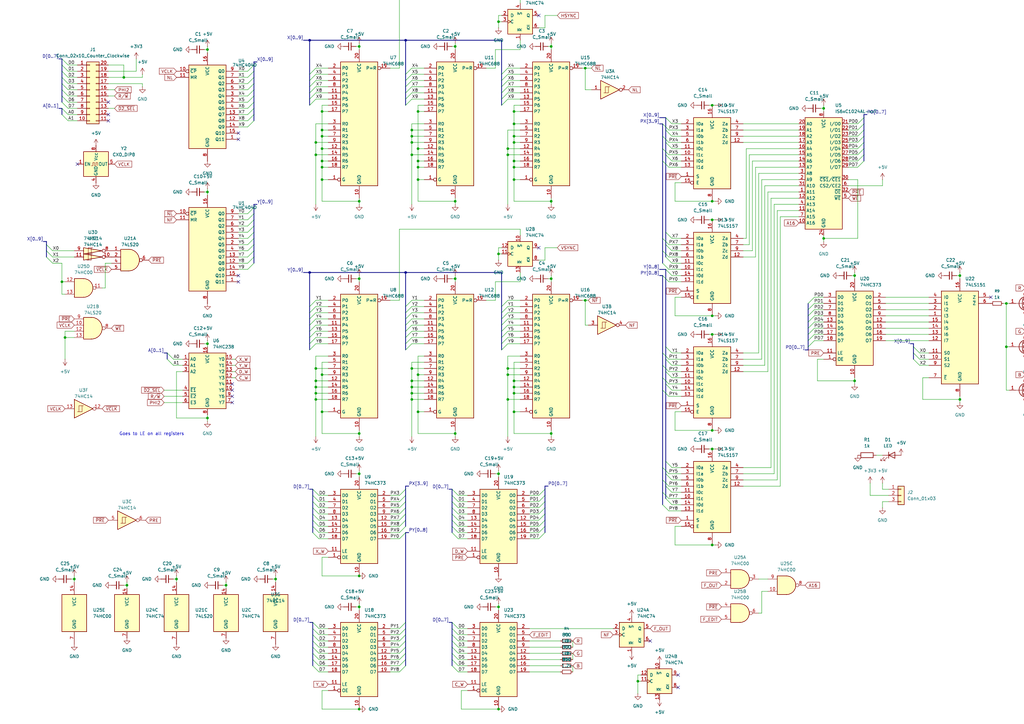
<source format=kicad_sch>
(kicad_sch (version 20250114) (generator "eeschema") (generator_version "9.0")
  (paper "A3")
  (text "Goes to LE on all registers" (at 62.23 178.054 0) (effects (font (size 1.27 1.27))))
  (junction (at 421.64 135.89))
  (junction (at 445.77 135.89))
  (junction (at 204.47 194.31))
  (junction (at 166.37 111.76))
  (junction (at 132.08 53.34))
  (junction (at 166.37 16.51))
  (junction (at 210.82 58.42))
  (junction (at 132.08 60.96))
  (junction (at 226.06 82.55))
  (junction (at 147.32 236.22))
  (junction (at 208.28 163.83))
  (junction (at 127 16.51))
  (junction (at 261.62 279.4))
  (junction (at 208.28 60.96))
  (junction (at 186.69 82.55))
  (junction (at 171.45 153.67))
  (junction (at 171.45 68.58))
  (junction (at 204.47 8.89))
  (junction (at 210.82 68.58))
  (junction (at 129.54 161.29))
  (junction (at 168.91 63.5))
  (junction (at 240.03 123.19))
  (junction (at 25.4 115.57))
  (junction (at 350.52 156.21))
  (junction (at 129.54 63.5))
  (junction (at 445.77 120.65))
  (junction (at 208.28 63.5))
  (junction (at 171.45 73.66))
  (junction (at 92.71 240.03))
  (junction (at 168.91 156.21))
  (junction (at 204.47 248.92))
  (junction (at 204.47 290.83))
  (junction (at 132.08 73.66))
  (junction (at 210.82 66.04))
  (junction (at 337.82 44.45))
  (junction (at 210.82 158.75))
  (junction (at 421.64 118.11))
  (junction (at 147.32 19.05))
  (junction (at 412.75 124.46))
  (junction (at 292.1 223.52))
  (junction (at 445.77 125.73))
  (junction (at 337.82 97.79))
  (junction (at 129.54 151.13))
  (junction (at 204.47 104.14))
  (junction (at 171.45 66.04))
  (junction (at 208.28 153.67))
  (junction (at 210.82 50.8))
  (junction (at 186.69 177.8))
  (junction (at 52.07 240.03))
  (junction (at 292.1 90.17))
  (junction (at 168.91 161.29))
  (junction (at 240.03 27.94))
  (junction (at 171.45 168.91))
  (junction (at 226.06 19.05))
  (junction (at 147.32 177.8))
  (junction (at 129.54 158.75))
  (junction (at 26.67 138.43))
  (junction (at 30.48 237.49))
  (junction (at 210.82 73.66))
  (junction (at 210.82 168.91))
  (junction (at 85.09 78.74))
  (junction (at 50.8 31.75))
  (junction (at 168.91 58.42))
  (junction (at 168.91 163.83))
  (junction (at 421.64 153.67))
  (junction (at 132.08 45.72))
  (junction (at 85.09 20.32))
  (junction (at 129.54 156.21))
  (junction (at 168.91 151.13))
  (junction (at 186.69 19.05))
  (junction (at 147.32 114.3))
  (junction (at 226.06 177.8))
  (junction (at 393.7 163.83))
  (junction (at 132.08 153.67))
  (junction (at 208.28 151.13))
  (junction (at 292.1 184.15))
  (junction (at 210.82 45.72))
  (junction (at 132.08 66.04))
  (junction (at 147.32 82.55))
  (junction (at 292.1 82.55))
  (junction (at 129.54 58.42))
  (junction (at 445.77 138.43))
  (junction (at 147.32 290.83))
  (junction (at 147.32 194.31))
  (junction (at 129.54 163.83))
  (junction (at 292.1 43.18))
  (junction (at 292.1 129.54))
  (junction (at 186.69 114.3))
  (junction (at 113.03 237.49))
  (junction (at 85.09 140.97))
  (junction (at 210.82 161.29))
  (junction (at 72.39 237.49))
  (junction (at 412.75 142.24))
  (junction (at 127 111.76))
  (junction (at 226.06 114.3))
  (junction (at 168.91 55.88))
  (junction (at 132.08 168.91))
  (junction (at 292.1 176.53))
  (junction (at 210.82 156.21))
  (junction (at 147.32 248.92))
  (junction (at 168.91 158.75))
  (junction (at 393.7 113.03))
  (junction (at 168.91 53.34))
  (junction (at 132.08 55.88))
  (junction (at 132.08 68.58))
  (junction (at 350.52 113.03))
  (junction (at 292.1 137.16))
  (junction (at 210.82 55.88))
  (junction (at 85.09 171.45))
  (junction (at 171.45 45.72))
  (junction (at 171.45 60.96))
  (no_connect (at 220.98 6.35))
  (no_connect (at 266.7 262.89))
  (no_connect (at 278.13 276.86))
  (no_connect (at 278.13 281.94))
  (no_connect (at 97.79 57.15))
  (no_connect (at 95.25 162.56))
  (no_connect (at 31.75 67.31))
  (no_connect (at 448.31 130.81))
  (no_connect (at 95.25 160.02))
  (no_connect (at 97.79 54.61))
  (no_connect (at 463.55 123.19))
  (no_connect (at 44.45 41.91))
  (no_connect (at 463.55 118.11))
  (no_connect (at 97.79 113.03))
  (no_connect (at 44.45 49.53))
  (no_connect (at 95.25 157.48))
  (no_connect (at 463.55 138.43))
  (no_connect (at 44.45 46.99))
  (no_connect (at 95.25 165.1))
  (no_connect (at 406.4 121.92))
  (no_connect (at 97.79 115.57))
  (no_connect (at 448.31 133.35))
  (no_connect (at 220.98 101.6))
  (bus_entry (at 273.05 63.5) (size 2.54 2.54))
  (bus_entry (at 271.78 55.88) (size 2.54 2.54))
  (bus_entry (at 271.78 160.02) (size 2.54 2.54))
  (bus_entry (at 185.42 208.28) (size 2.54 2.54))
  (bus_entry (at 185.42 213.36) (size 2.54 2.54))
  (bus_entry (at 19.05 102.87) (size 2.54 2.54))
  (bus_entry (at 101.6 95.25) (size 2.54 -2.54))
  (bus_entry (at 271.78 60.96) (size 2.54 2.54))
  (bus_entry (at 129.54 40.64) (size -2.54 2.54))
  (bus_entry (at 273.05 199.39) (size 2.54 2.54))
  (bus_entry (at 208.28 125.73) (size -2.54 2.54))
  (bus_entry (at 208.28 130.81) (size -2.54 2.54))
  (bus_entry (at 351.79 63.5) (size 2.54 -2.54))
  (bus_entry (at 128.27 200.66) (size 2.54 2.54))
  (bus_entry (at 101.6 110.49) (size 2.54 -2.54))
  (bus_entry (at 128.27 205.74) (size 2.54 2.54))
  (bus_entry (at 163.83 203.2) (size 2.54 -2.54))
  (bus_entry (at 185.42 255.27) (size 2.54 2.54))
  (bus_entry (at 220.98 210.82) (size 2.54 -2.54))
  (bus_entry (at 351.79 53.34) (size 2.54 -2.54))
  (bus_entry (at 271.78 154.94) (size 2.54 2.54))
  (bus_entry (at 101.6 100.33) (size 2.54 -2.54))
  (bus_entry (at 220.98 213.36) (size 2.54 -2.54))
  (bus_entry (at 168.91 138.43) (size -2.54 2.54))
  (bus_entry (at 163.83 210.82) (size 2.54 -2.54))
  (bus_entry (at 273.05 147.32) (size 2.54 2.54))
  (bus_entry (at 220.98 218.44) (size 2.54 -2.54))
  (bus_entry (at 185.42 273.05) (size 2.54 2.54))
  (bus_entry (at 334.01 127) (size -2.54 2.54))
  (bus_entry (at 25.4 44.45) (size 2.54 2.54))
  (bus_entry (at 163.83 273.05) (size 2.54 -2.54))
  (bus_entry (at 374.65 144.78) (size 2.54 2.54))
  (bus_entry (at 271.78 113.03) (size 2.54 2.54))
  (bus_entry (at 101.6 87.63) (size 2.54 -2.54))
  (bus_entry (at 163.83 262.89) (size 2.54 -2.54))
  (bus_entry (at 163.83 260.35) (size 2.54 -2.54))
  (bus_entry (at 128.27 273.05) (size 2.54 2.54))
  (bus_entry (at 374.65 147.32) (size 2.54 2.54))
  (bus_entry (at 185.42 210.82) (size 2.54 2.54))
  (bus_entry (at 273.05 142.24) (size 2.54 2.54))
  (bus_entry (at 185.42 215.9) (size 2.54 2.54))
  (bus_entry (at 68.58 147.32) (size 2.54 2.54))
  (bus_entry (at 168.91 123.19) (size -2.54 2.54))
  (bus_entry (at 101.6 97.79) (size 2.54 -2.54))
  (bus_entry (at 185.42 203.2) (size 2.54 2.54))
  (bus_entry (at 273.05 100.33) (size 2.54 2.54))
  (bus_entry (at 101.6 41.91) (size 2.54 -2.54))
  (bus_entry (at 185.42 262.89) (size 2.54 2.54))
  (bus_entry (at 271.78 97.79) (size 2.54 2.54))
  (bus_entry (at 208.28 35.56) (size -2.54 2.54))
  (bus_entry (at 273.05 194.31) (size 2.54 2.54))
  (bus_entry (at 273.05 95.25) (size 2.54 2.54))
  (bus_entry (at 19.05 100.33) (size 2.54 2.54))
  (bus_entry (at 168.91 40.64) (size -2.54 2.54))
  (bus_entry (at 168.91 128.27) (size -2.54 2.54))
  (bus_entry (at 220.98 208.28) (size 2.54 -2.54))
  (bus_entry (at 271.78 149.86) (size 2.54 2.54))
  (bus_entry (at 271.78 201.93) (size 2.54 2.54))
  (bus_entry (at 101.6 49.53) (size 2.54 -2.54))
  (bus_entry (at 129.54 27.94) (size -2.54 2.54))
  (bus_entry (at 168.91 35.56) (size -2.54 2.54))
  (bus_entry (at 273.05 157.48) (size 2.54 2.54))
  (bus_entry (at 185.42 265.43) (size 2.54 2.54))
  (bus_entry (at 101.6 31.75) (size 2.54 -2.54))
  (bus_entry (at 185.42 200.66) (size 2.54 2.54))
  (bus_entry (at 273.05 105.41) (size 2.54 2.54))
  (bus_entry (at 163.83 265.43) (size 2.54 -2.54))
  (bus_entry (at 163.83 270.51) (size 2.54 -2.54))
  (bus_entry (at 128.27 255.27) (size 2.54 2.54))
  (bus_entry (at 129.54 35.56) (size -2.54 2.54))
  (bus_entry (at 273.05 53.34) (size 2.54 2.54))
  (bus_entry (at 101.6 52.07) (size 2.54 -2.54))
  (bus_entry (at 271.78 107.95) (size 2.54 2.54))
  (bus_entry (at 208.28 140.97) (size -2.54 2.54))
  (bus_entry (at 101.6 102.87) (size 2.54 -2.54))
  (bus_entry (at 128.27 203.2) (size 2.54 2.54))
  (bus_entry (at 163.83 213.36) (size 2.54 -2.54))
  (bus_entry (at 25.4 24.13) (size 2.54 2.54))
  (bus_entry (at 334.01 129.54) (size -2.54 2.54))
  (bus_entry (at 101.6 39.37) (size 2.54 -2.54))
  (bus_entry (at 168.91 135.89) (size -2.54 2.54))
  (bus_entry (at 220.98 220.98) (size 2.54 -2.54))
  (bus_entry (at 185.42 270.51) (size 2.54 2.54))
  (bus_entry (at 129.54 38.1) (size -2.54 2.54))
  (bus_entry (at 129.54 140.97) (size -2.54 2.54))
  (bus_entry (at 351.79 55.88) (size 2.54 -2.54))
  (bus_entry (at 163.83 208.28) (size 2.54 -2.54))
  (bus_entry (at 168.91 133.35) (size -2.54 2.54))
  (bus_entry (at 128.27 215.9) (size 2.54 2.54))
  (bus_entry (at 168.91 30.48) (size -2.54 2.54))
  (bus_entry (at 334.01 134.62) (size -2.54 2.54))
  (bus_entry (at 129.54 133.35) (size -2.54 2.54))
  (bus_entry (at 128.27 213.36) (size 2.54 2.54))
  (bus_entry (at 25.4 41.91) (size 2.54 2.54))
  (bus_entry (at 25.4 36.83) (size 2.54 2.54))
  (bus_entry (at 25.4 31.75) (size 2.54 2.54))
  (bus_entry (at 168.91 130.81) (size -2.54 2.54))
  (bus_entry (at 220.98 203.2) (size 2.54 -2.54))
  (bus_entry (at 185.42 267.97) (size 2.54 2.54))
  (bus_entry (at 25.4 39.37) (size 2.54 2.54))
  (bus_entry (at 168.91 140.97) (size -2.54 2.54))
  (bus_entry (at 208.28 138.43) (size -2.54 2.54))
  (bus_entry (at 68.58 144.78) (size 2.54 2.54))
  (bus_entry (at 273.05 48.26) (size 2.54 2.54))
  (bus_entry (at 273.05 189.23) (size 2.54 2.54))
  (bus_entry (at 208.28 133.35) (size -2.54 2.54))
  (bus_entry (at 334.01 139.7) (size -2.54 2.54))
  (bus_entry (at 273.05 110.49) (size 2.54 2.54))
  (bus_entry (at 220.98 205.74) (size 2.54 -2.54))
  (bus_entry (at 185.42 260.35) (size 2.54 2.54))
  (bus_entry (at 334.01 137.16) (size -2.54 2.54))
  (bus_entry (at 101.6 34.29) (size 2.54 -2.54))
  (bus_entry (at 220.98 215.9) (size 2.54 -2.54))
  (bus_entry (at 128.27 260.35) (size 2.54 2.54))
  (bus_entry (at 129.54 135.89) (size -2.54 2.54))
  (bus_entry (at 271.78 66.04) (size 2.54 2.54))
  (bus_entry (at 128.27 208.28) (size 2.54 2.54))
  (bus_entry (at 374.65 142.24) (size 2.54 2.54))
  (bus_entry (at 351.79 66.04) (size 2.54 -2.54))
  (bus_entry (at 129.54 138.43) (size -2.54 2.54))
  (bus_entry (at 271.78 207.01) (size 2.54 2.54))
  (bus_entry (at 168.91 27.94) (size -2.54 2.54))
  (bus_entry (at 208.28 30.48) (size -2.54 2.54))
  (bus_entry (at 271.78 144.78) (size 2.54 2.54))
  (bus_entry (at 101.6 92.71) (size 2.54 -2.54))
  (bus_entry (at 128.27 262.89) (size 2.54 2.54))
  (bus_entry (at 101.6 29.21) (size 2.54 -2.54))
  (bus_entry (at 128.27 210.82) (size 2.54 2.54))
  (bus_entry (at 129.54 130.81) (size -2.54 2.54))
  (bus_entry (at 163.83 215.9) (size 2.54 -2.54))
  (bus_entry (at 334.01 132.08) (size -2.54 2.54))
  (bus_entry (at 334.01 124.46) (size -2.54 2.54))
  (bus_entry (at 271.78 196.85) (size 2.54 2.54))
  (bus_entry (at 101.6 44.45) (size 2.54 -2.54))
  (bus_entry (at 129.54 30.48) (size -2.54 2.54))
  (bus_entry (at 185.42 218.44) (size 2.54 2.54))
  (bus_entry (at 163.83 205.74) (size 2.54 -2.54))
  (bus_entry (at 351.79 60.96) (size 2.54 -2.54))
  (bus_entry (at 19.05 105.41) (size 2.54 2.54))
  (bus_entry (at 129.54 128.27) (size -2.54 2.54))
  (bus_entry (at 25.4 29.21) (size 2.54 2.54))
  (bus_entry (at 163.83 257.81) (size 2.54 -2.54))
  (bus_entry (at 208.28 135.89) (size -2.54 2.54))
  (bus_entry (at 351.79 68.58) (size 2.54 -2.54))
  (bus_entry (at 351.79 50.8) (size 2.54 -2.54))
  (bus_entry (at 129.54 125.73) (size -2.54 2.54))
  (bus_entry (at 129.54 123.19) (size -2.54 2.54))
  (bus_entry (at 168.91 125.73) (size -2.54 2.54))
  (bus_entry (at 271.78 50.8) (size 2.54 2.54))
  (bus_entry (at 168.91 33.02) (size -2.54 2.54))
  (bus_entry (at 163.83 275.59) (size 2.54 -2.54))
  (bus_entry (at 128.27 218.44) (size 2.54 2.54))
  (bus_entry (at 351.79 58.42) (size 2.54 -2.54))
  (bus_entry (at 101.6 90.17) (size 2.54 -2.54))
  (bus_entry (at 208.28 38.1) (size -2.54 2.54))
  (bus_entry (at 101.6 107.95) (size 2.54 -2.54))
  (bus_entry (at 128.27 267.97) (size 2.54 2.54))
  (bus_entry (at 129.54 33.02) (size -2.54 2.54))
  (bus_entry (at 163.83 267.97) (size 2.54 -2.54))
  (bus_entry (at 163.83 220.98) (size 2.54 -2.54))
  (bus_entry (at 208.28 27.94) (size -2.54 2.54))
  (bus_entry (at 185.42 205.74) (size 2.54 2.54))
  (bus_entry (at 163.83 218.44) (size 2.54 -2.54))
  (bus_entry (at 185.42 257.81) (size 2.54 2.54))
  (bus_entry (at 208.28 123.19) (size -2.54 2.54))
  (bus_entry (at 271.78 102.87) (size 2.54 2.54))
  (bus_entry (at 101.6 46.99) (size 2.54 -2.54))
  (bus_entry (at 25.4 46.99) (size 2.54 2.54))
  (bus_entry (at 334.01 121.92) (size -2.54 2.54))
  (bus_entry (at 208.28 40.64) (size -2.54 2.54))
  (bus_entry (at 101.6 105.41) (size 2.54 -2.54))
  (bus_entry (at 25.4 26.67) (size 2.54 2.54))
  (bus_entry (at 25.4 34.29) (size 2.54 2.54))
  (bus_entry (at 273.05 58.42) (size 2.54 2.54))
  (bus_entry (at 128.27 270.51) (size 2.54 2.54))
  (bus_entry (at 128.27 265.43) (size 2.54 2.54))
  (bus_entry (at 101.6 36.83) (size 2.54 -2.54))
  (bus_entry (at 208.28 33.02) (size -2.54 2.54))
  (bus_entry (at 273.05 152.4) (size 2.54 2.54))
  (bus_entry (at 271.78 191.77) (size 2.54 2.54))
  (bus_entry (at 128.27 257.81) (size 2.54 2.54))
  (bus_entry (at 273.05 204.47) (size 2.54 2.54))
  (bus_entry (at 208.28 128.27) (size -2.54 2.54))
  (bus_entry (at 168.91 38.1) (size -2.54 2.54))
  (wire (pts (xy 316.23 191.77) (xy 316.23 81.28)))
  (wire (pts (xy 171.45 68.58) (xy 171.45 66.04)))
  (wire (pts (xy 217.17 213.36) (xy 220.98 213.36)))
  (bus (pts (xy 166.37 30.48) (xy 166.37 33.02)))
  (wire (pts (xy 311.15 251.46) (xy 312.42 251.46)))
  (wire (pts (xy 71.12 237.49) (xy 72.39 237.49)))
  (bus (pts (xy 128.27 215.9) (xy 128.27 218.44)))
  (wire (pts (xy 132.08 153.67) (xy 134.62 153.67)))
  (wire (pts (xy 130.81 220.98) (xy 134.62 220.98)))
  (wire (pts (xy 313.69 76.2) (xy 327.66 76.2)))
  (wire (pts (xy 163.83 -1.27) (xy 213.36 -1.27)))
  (wire (pts (xy 356.87 198.12) (xy 356.87 203.2)))
  (bus (pts (xy 127 40.64) (xy 127 43.18)))
  (wire (pts (xy 381 132.08) (xy 363.22 132.08)))
  (wire (pts (xy 316.23 81.28) (xy 327.66 81.28)))
  (bus (pts (xy 273.05 142.24) (xy 273.05 110.49)))
  (wire (pts (xy 275.59 66.04) (xy 279.4 66.04)))
  (wire (pts (xy 275.59 191.77) (xy 279.4 191.77)))
  (wire (pts (xy 160.02 203.2) (xy 163.83 203.2)))
  (wire (pts (xy 228.6 101.6) (xy 223.52 101.6)))
  (bus (pts (xy 166.37 35.56) (xy 166.37 38.1)))
  (wire (pts (xy 290.83 90.17) (xy 292.1 90.17)))
  (wire (pts (xy 129.54 123.19) (xy 134.62 123.19)))
  (bus (pts (xy 185.42 255.27) (xy 184.15 255.27)))
  (wire (pts (xy 241.3 133.35) (xy 240.03 133.35)))
  (wire (pts (xy 113.03 237.49) (xy 113.03 238.76)))
  (wire (pts (xy 129.54 40.64) (xy 134.62 40.64)))
  (bus (pts (xy 354.33 50.8) (xy 354.33 48.26)))
  (wire (pts (xy 46.99 36.83) (xy 44.45 36.83)))
  (wire (pts (xy 129.54 58.42) (xy 129.54 50.8)))
  (wire (pts (xy 208.28 146.05) (xy 213.36 146.05)))
  (wire (pts (xy 168.91 128.27) (xy 173.99 128.27)))
  (bus (pts (xy 271.78 107.95) (xy 271.78 102.87)))
  (bus (pts (xy 104.14 25.4) (xy 105.41 25.4)))
  (wire (pts (xy 43.18 118.11) (xy 43.18 107.95)))
  (wire (pts (xy 210.82 58.42) (xy 213.36 58.42)))
  (wire (pts (xy 72.39 152.4) (xy 74.93 152.4)))
  (wire (pts (xy 171.45 168.91) (xy 171.45 153.67)))
  (wire (pts (xy 129.54 163.83) (xy 134.62 163.83)))
  (wire (pts (xy 132.08 236.22) (xy 132.08 228.6)))
  (bus (pts (xy 128.27 260.35) (xy 128.27 257.81)))
  (bus (pts (xy 104.14 26.67) (xy 104.14 25.4)))
  (wire (pts (xy 129.54 146.05) (xy 134.62 146.05)))
  (wire (pts (xy 292.1 129.54) (xy 276.86 129.54)))
  (wire (pts (xy 168.91 161.29) (xy 173.99 161.29)))
  (bus (pts (xy 223.52 208.28) (xy 223.52 205.74)))
  (wire (pts (xy 445.77 125.73) (xy 445.77 135.89)))
  (wire (pts (xy 318.77 86.36) (xy 327.66 86.36)))
  (wire (pts (xy 361.95 198.12) (xy 361.95 200.66)))
  (wire (pts (xy 361.95 205.74) (xy 364.49 205.74)))
  (wire (pts (xy 381 137.16) (xy 363.22 137.16)))
  (bus (pts (xy 68.58 147.32) (xy 68.58 144.78)))
  (bus (pts (xy 273.05 53.34) (xy 273.05 48.26)))
  (bus (pts (xy 104.14 87.63) (xy 104.14 85.09)))
  (wire (pts (xy 171.45 60.96) (xy 171.45 45.72)))
  (wire (pts (xy 168.91 58.42) (xy 173.99 58.42)))
  (wire (pts (xy 304.8 102.87) (xy 308.61 102.87)))
  (wire (pts (xy 168.91 63.5) (xy 173.99 63.5)))
  (wire (pts (xy 52.07 240.03) (xy 52.07 241.3)))
  (wire (pts (xy 275.59 154.94) (xy 279.4 154.94)))
  (wire (pts (xy 317.5 83.82) (xy 327.66 83.82)))
  (wire (pts (xy 226.06 82.55) (xy 226.06 81.28)))
  (bus (pts (xy 104.14 31.75) (xy 104.14 29.21)))
  (bus (pts (xy 128.27 267.97) (xy 128.27 270.51)))
  (wire (pts (xy 146.05 114.3) (xy 147.32 114.3)))
  (wire (pts (xy 240.03 27.94) (xy 238.76 27.94)))
  (bus (pts (xy 128.27 210.82) (xy 128.27 208.28)))
  (wire (pts (xy 189.23 283.21) (xy 191.77 283.21)))
  (bus (pts (xy 166.37 270.51) (xy 166.37 267.97)))
  (wire (pts (xy 97.79 49.53) (xy 101.6 49.53)))
  (wire (pts (xy 240.03 133.35) (xy 240.03 123.19)))
  (wire (pts (xy 320.04 88.9) (xy 327.66 88.9)))
  (wire (pts (xy 436.88 153.67) (xy 436.88 128.27)))
  (bus (pts (xy 273.05 100.33) (xy 273.05 95.25)))
  (wire (pts (xy 132.08 168.91) (xy 132.08 153.67)))
  (wire (pts (xy 160.02 27.94) (xy 163.83 27.94)))
  (wire (pts (xy 171.45 45.72) (xy 173.99 45.72)))
  (wire (pts (xy 160.02 265.43) (xy 163.83 265.43)))
  (wire (pts (xy 414.02 142.24) (xy 412.75 142.24)))
  (bus (pts (xy 128.27 255.27) (xy 127 255.27)))
  (wire (pts (xy 308.61 102.87) (xy 308.61 66.04)))
  (bus (pts (xy 166.37 140.97) (xy 166.37 143.51)))
  (bus (pts (xy 185.42 260.35) (xy 185.42 257.81)))
  (bus (pts (xy 128.27 213.36) (xy 128.27 210.82)))
  (wire (pts (xy 85.09 171.45) (xy 72.39 171.45)))
  (bus (pts (xy 127 135.89) (xy 127 138.43)))
  (wire (pts (xy 275.59 160.02) (xy 279.4 160.02)))
  (bus (pts (xy 166.37 130.81) (xy 166.37 133.35)))
  (wire (pts (xy 147.32 179.07) (xy 147.32 177.8)))
  (wire (pts (xy 186.69 82.55) (xy 186.69 81.28)))
  (wire (pts (xy 204.47 247.65) (xy 204.47 248.92)))
  (wire (pts (xy 171.45 153.67) (xy 173.99 153.67)))
  (bus (pts (xy 166.37 16.51) (xy 205.74 16.51)))
  (bus (pts (xy 25.4 24.13) (xy 24.13 24.13)))
  (wire (pts (xy 274.32 162.56) (xy 279.4 162.56)))
  (wire (pts (xy 113.03 236.22) (xy 113.03 237.49)))
  (wire (pts (xy 307.34 63.5) (xy 327.66 63.5)))
  (bus (pts (xy 166.37 135.89) (xy 166.37 138.43)))
  (wire (pts (xy 306.07 60.96) (xy 327.66 60.96)))
  (bus (pts (xy 185.42 215.9) (xy 185.42 218.44)))
  (bus (pts (xy 273.05 152.4) (xy 273.05 147.32)))
  (wire (pts (xy 393.7 163.83) (xy 393.7 162.56)))
  (bus (pts (xy 205.74 38.1) (xy 205.74 40.64)))
  (wire (pts (xy 226.06 83.82) (xy 226.06 82.55)))
  (bus (pts (xy 25.4 46.99) (xy 25.4 44.45)))
  (wire (pts (xy 147.32 247.65) (xy 147.32 248.92)))
  (bus (pts (xy 205.74 33.02) (xy 205.74 35.56)))
  (wire (pts (xy 205.74 6.35) (xy 204.47 6.35)))
  (wire (pts (xy 185.42 114.3) (xy 186.69 114.3)))
  (wire (pts (xy 381 134.62) (xy 363.22 134.62)))
  (wire (pts (xy 378.46 163.83) (xy 378.46 154.94)))
  (wire (pts (xy 168.91 30.48) (xy 173.99 30.48)))
  (wire (pts (xy 274.32 110.49) (xy 279.4 110.49)))
  (wire (pts (xy 130.81 205.74) (xy 134.62 205.74)))
  (bus (pts (xy 205.74 128.27) (xy 205.74 130.81)))
  (wire (pts (xy 132.08 60.96) (xy 132.08 55.88)))
  (wire (pts (xy 421.64 118.11) (xy 421.64 119.38)))
  (wire (pts (xy 130.81 257.81) (xy 134.62 257.81)))
  (wire (pts (xy 274.32 58.42) (xy 279.4 58.42)))
  (wire (pts (xy 111.76 237.49) (xy 113.03 237.49)))
  (wire (pts (xy 160.02 215.9) (xy 163.83 215.9)))
  (bus (pts (xy 128.27 257.81) (xy 128.27 255.27)))
  (wire (pts (xy 160.02 257.81) (xy 163.83 257.81)))
  (bus (pts (xy 104.14 85.09) (xy 104.14 83.82)))
  (wire (pts (xy 337.82 99.06) (xy 337.82 97.79)))
  (wire (pts (xy 229.87 267.97) (xy 217.17 267.97)))
  (wire (pts (xy 130.81 275.59) (xy 134.62 275.59)))
  (wire (pts (xy 147.32 113.03) (xy 147.32 114.3)))
  (wire (pts (xy 97.79 95.25) (xy 101.6 95.25)))
  (wire (pts (xy 213.36 115.57) (xy 213.36 111.76)))
  (wire (pts (xy 129.54 158.75) (xy 134.62 158.75)))
  (wire (pts (xy 204.47 104.14) (xy 204.47 101.6)))
  (bus (pts (xy 273.05 199.39) (xy 273.05 194.31)))
  (wire (pts (xy 208.28 35.56) (xy 213.36 35.56)))
  (bus (pts (xy 185.42 200.66) (xy 184.15 200.66)))
  (wire (pts (xy 168.91 135.89) (xy 173.99 135.89)))
  (bus (pts (xy 271.78 97.79) (xy 271.78 66.04)))
  (bus (pts (xy 273.05 95.25) (xy 273.05 63.5)))
  (wire (pts (xy 187.96 208.28) (xy 191.77 208.28)))
  (wire (pts (xy 163.83 93.98) (xy 163.83 123.19)))
  (wire (pts (xy 204.47 290.83) (xy 189.23 290.83)))
  (wire (pts (xy 85.09 19.05) (xy 85.09 20.32)))
  (wire (pts (xy 147.32 248.92) (xy 147.32 250.19)))
  (wire (pts (xy 85.09 171.45) (xy 85.09 170.18)))
  (bus (pts (xy 104.14 97.79) (xy 104.14 95.25)))
  (wire (pts (xy 304.8 144.78) (xy 311.15 144.78)))
  (wire (pts (xy 393.7 165.1) (xy 393.7 163.83)))
  (bus (pts (xy 104.14 83.82) (xy 105.41 83.82)))
  (wire (pts (xy 97.79 107.95) (xy 101.6 107.95)))
  (wire (pts (xy 168.91 63.5) (xy 168.91 58.42)))
  (wire (pts (xy 314.96 152.4) (xy 314.96 78.74)))
  (wire (pts (xy 85.09 78.74) (xy 85.09 80.01)))
  (wire (pts (xy 350.52 156.21) (xy 350.52 154.94)))
  (bus (pts (xy 271.78 102.87) (xy 271.78 97.79)))
  (bus (pts (xy 205.74 35.56) (xy 205.74 38.1)))
  (wire (pts (xy 187.96 267.97) (xy 191.77 267.97)))
  (bus (pts (xy 205.74 111.76) (xy 166.37 111.76)))
  (bus (pts (xy 331.47 127) (xy 331.47 124.46)))
  (bus (pts (xy 166.37 208.28) (xy 166.37 205.74)))
  (wire (pts (xy 163.83 27.94) (xy 163.83 -1.27)))
  (wire (pts (xy 347.98 66.04) (xy 351.79 66.04)))
  (wire (pts (xy 208.28 151.13) (xy 213.36 151.13)))
  (wire (pts (xy 304.8 97.79) (xy 306.07 97.79)))
  (wire (pts (xy 356.87 203.2) (xy 364.49 203.2)))
  (bus (pts (xy 185.42 208.28) (xy 185.42 205.74)))
  (wire (pts (xy 186.69 177.8) (xy 171.45 177.8)))
  (wire (pts (xy 274.32 53.34) (xy 279.4 53.34)))
  (wire (pts (xy 186.69 82.55) (xy 171.45 82.55)))
  (wire (pts (xy 97.79 90.17) (xy 101.6 90.17)))
  (wire (pts (xy 304.8 152.4) (xy 314.96 152.4)))
  (bus (pts (xy 104.14 41.91) (xy 104.14 39.37)))
  (wire (pts (xy 208.28 123.19) (xy 213.36 123.19)))
  (wire (pts (xy 187.96 220.98) (xy 191.77 220.98)))
  (bus (pts (xy 273.05 204.47) (xy 273.05 199.39)))
  (wire (pts (xy 187.96 218.44) (xy 191.77 218.44)))
  (wire (pts (xy 97.79 87.63) (xy 101.6 87.63)))
  (wire (pts (xy 275.59 60.96) (xy 279.4 60.96)))
  (wire (pts (xy 85.09 77.47) (xy 85.09 78.74)))
  (bus (pts (xy 354.33 48.26) (xy 354.33 46.99)))
  (wire (pts (xy 52.07 238.76) (xy 52.07 240.03)))
  (wire (pts (xy 85.09 140.97) (xy 85.09 142.24)))
  (bus (pts (xy 205.74 138.43) (xy 205.74 140.97)))
  (wire (pts (xy 129.54 38.1) (xy 134.62 38.1)))
  (wire (pts (xy 171.45 146.05) (xy 173.99 146.05)))
  (wire (pts (xy 304.8 100.33) (xy 307.34 100.33)))
  (wire (pts (xy 58.42 31.75) (xy 58.42 30.48)))
  (wire (pts (xy 313.69 149.86) (xy 313.69 76.2)))
  (wire (pts (xy 129.54 125.73) (xy 134.62 125.73)))
  (wire (pts (xy 132.08 148.59) (xy 134.62 148.59)))
  (wire (pts (xy 41.91 118.11) (xy 43.18 118.11)))
  (wire (pts (xy 27.94 31.75) (xy 31.75 31.75)))
  (wire (pts (xy 27.94 34.29) (xy 31.75 34.29)))
  (wire (pts (xy 208.28 163.83) (xy 213.36 163.83)))
  (bus (pts (xy 128.27 203.2) (xy 128.27 200.66)))
  (bus (pts (xy 166.37 125.73) (xy 166.37 128.27)))
  (wire (pts (xy 160.02 275.59) (xy 163.83 275.59)))
  (wire (pts (xy 58.42 35.56) (xy 58.42 34.29)))
  (bus (pts (xy 104.14 95.25) (xy 104.14 92.71)))
  (wire (pts (xy 337.82 139.7) (xy 334.01 139.7)))
  (wire (pts (xy 210.82 168.91) (xy 210.82 161.29)))
  (bus (pts (xy 331.47 137.16) (xy 331.47 139.7)))
  (bus (pts (xy 166.37 38.1) (xy 166.37 40.64)))
  (wire (pts (xy 132.08 228.6) (xy 134.62 228.6)))
  (wire (pts (xy 97.79 102.87) (xy 101.6 102.87)))
  (wire (pts (xy 204.47 194.31) (xy 204.47 195.58)))
  (wire (pts (xy 226.06 113.03) (xy 226.06 114.3)))
  (wire (pts (xy 203.2 194.31) (xy 204.47 194.31)))
  (wire (pts (xy 210.82 45.72) (xy 210.82 43.18)))
  (wire (pts (xy 223.52 106.68) (xy 220.98 106.68)))
  (wire (pts (xy 208.28 151.13) (xy 208.28 146.05)))
  (bus (pts (xy 127 128.27) (xy 127 130.81)))
  (wire (pts (xy 412.75 142.24) (xy 412.75 124.46)))
  (bus (pts (xy 128.27 213.36) (xy 128.27 215.9)))
  (bus (pts (xy 166.37 215.9) (xy 166.37 213.36)))
  (wire (pts (xy 208.28 83.82) (xy 208.28 63.5)))
  (wire (pts (xy 168.91 158.75) (xy 168.91 156.21)))
  (wire (pts (xy 421.64 135.89) (xy 434.34 135.89)))
  (wire (pts (xy 275.59 97.79) (xy 279.4 97.79)))
  (wire (pts (xy 129.54 83.82) (xy 129.54 63.5)))
  (wire (pts (xy 293.37 43.18) (xy 292.1 43.18)))
  (wire (pts (xy 434.34 123.19) (xy 448.31 123.19)))
  (bus (pts (xy 25.4 29.21) (xy 25.4 26.67)))
  (wire (pts (xy 168.91 140.97) (xy 173.99 140.97)))
  (bus (pts (xy 223.52 200.66) (xy 223.52 199.39)))
  (bus (pts (xy 104.14 92.71) (xy 104.14 90.17)))
  (wire (pts (xy 276.86 176.53) (xy 276.86 168.91)))
  (wire (pts (xy 58.42 34.29) (xy 44.45 34.29)))
  (bus (pts (xy 354.33 58.42) (xy 354.33 55.88)))
  (wire (pts (xy 147.32 82.55) (xy 132.08 82.55)))
  (wire (pts (xy 292.1 176.53) (xy 276.86 176.53)))
  (wire (pts (xy 414.02 160.02) (xy 412.75 160.02)))
  (bus (pts (xy 271.78 113.03) (xy 270.51 113.03)))
  (wire (pts (xy 210.82 161.29) (xy 210.82 158.75)))
  (wire (pts (xy 171.45 82.55) (xy 171.45 73.66)))
  (wire (pts (xy 55.88 24.13) (xy 55.88 29.21)))
  (wire (pts (xy 168.91 125.73) (xy 173.99 125.73)))
  (wire (pts (xy 275.59 149.86) (xy 279.4 149.86)))
  (wire (pts (xy 293.37 184.15) (xy 292.1 184.15)))
  (wire (pts (xy 160.02 273.05) (xy 163.83 273.05)))
  (wire (pts (xy 130.81 215.9) (xy 134.62 215.9)))
  (bus (pts (xy 223.52 215.9) (xy 223.52 218.44)))
  (wire (pts (xy 350.52 156.21) (xy 335.28 156.21)))
  (wire (pts (xy 377.19 149.86) (xy 381 149.86)))
  (wire (pts (xy 21.59 107.95) (xy 25.4 107.95)))
  (wire (pts (xy 412.75 142.24) (xy 412.75 160.02)))
  (wire (pts (xy 203.2 123.19) (xy 203.2 115.57)))
  (wire (pts (xy 262.89 276.86) (xy 261.62 276.86)))
  (wire (pts (xy 26.67 120.65) (xy 25.4 120.65)))
  (bus (pts (xy 166.37 33.02) (xy 166.37 35.56)))
  (wire (pts (xy 147.32 290.83) (xy 132.08 290.83)))
  (wire (pts (xy 147.32 236.22) (xy 132.08 236.22)))
  (wire (pts (xy 185.42 19.05) (xy 186.69 19.05)))
  (wire (pts (xy 381 121.92) (xy 363.22 121.92)))
  (wire (pts (xy 304.8 149.86) (xy 313.69 149.86)))
  (wire (pts (xy 377.19 144.78) (xy 381 144.78)))
  (bus (pts (xy 205.74 135.89) (xy 205.74 138.43)))
  (wire (pts (xy 217.17 275.59) (xy 229.87 275.59)))
  (wire (pts (xy 304.8 147.32) (xy 312.42 147.32)))
  (wire (pts (xy 168.91 179.07) (xy 168.91 163.83)))
  (wire (pts (xy 96.52 147.32) (xy 95.25 147.32)))
  (bus (pts (xy 223.52 205.74) (xy 223.52 203.2)))
  (wire (pts (xy 27.94 29.21) (xy 31.75 29.21)))
  (bus (pts (xy 127 138.43) (xy 127 140.97)))
  (wire (pts (xy 210.82 156.21) (xy 210.82 148.59)))
  (wire (pts (xy 378.46 154.94) (xy 381 154.94)))
  (wire (pts (xy 304.8 55.88) (xy 327.66 55.88)))
  (wire (pts (xy 97.79 110.49) (xy 101.6 110.49)))
  (wire (pts (xy 347.98 55.88) (xy 351.79 55.88)))
  (bus (pts (xy 331.47 142.24) (xy 331.47 143.51)))
  (wire (pts (xy 72.39 236.22) (xy 72.39 237.49)))
  (wire (pts (xy 26.67 138.43) (xy 26.67 147.32)))
  (wire (pts (xy 130.81 262.89) (xy 134.62 262.89)))
  (wire (pts (xy 208.28 163.83) (xy 208.28 153.67)))
  (wire (pts (xy 132.08 55.88) (xy 134.62 55.88)))
  (wire (pts (xy 350.52 113.03) (xy 350.52 114.3)))
  (wire (pts (xy 234.95 262.89) (xy 234.95 265.43)))
  (wire (pts (xy 130.81 265.43) (xy 134.62 265.43)))
  (bus (pts (xy 166.37 40.64) (xy 166.37 43.18)))
  (wire (pts (xy 92.71 238.76) (xy 92.71 240.03)))
  (wire (pts (xy 350.52 111.76) (xy 350.52 113.03)))
  (bus (pts (xy 166.37 265.43) (xy 166.37 262.89)))
  (wire (pts (xy 83.82 140.97) (xy 85.09 140.97)))
  (wire (pts (xy 171.45 73.66) (xy 173.99 73.66)))
  (wire (pts (xy 312.42 147.32) (xy 312.42 73.66)))
  (wire (pts (xy 96.52 152.4) (xy 95.25 152.4)))
  (wire (pts (xy 204.47 8.89) (xy 204.47 11.43)))
  (wire (pts (xy 275.59 102.87) (xy 279.4 102.87)))
  (bus (pts (xy 185.42 267.97) (xy 185.42 265.43)))
  (wire (pts (xy 147.32 193.04) (xy 147.32 194.31)))
  (wire (pts (xy 421.64 135.89) (xy 421.64 137.16)))
  (wire (pts (xy 147.32 177.8) (xy 147.32 176.53)))
  (wire (pts (xy 290.83 137.16) (xy 292.1 137.16)))
  (wire (pts (xy 213.36 -1.27) (xy 213.36 1.27)))
  (wire (pts (xy 67.31 160.02) (xy 74.93 160.02)))
  (wire (pts (xy 146.05 248.92) (xy 147.32 248.92)))
  (wire (pts (xy 210.82 68.58) (xy 213.36 68.58)))
  (bus (pts (xy 128.27 200.66) (xy 127 200.66)))
  (wire (pts (xy 168.91 163.83) (xy 168.91 161.29)))
  (bus (pts (xy 331.47 143.51) (xy 330.2 143.51)))
  (bus (pts (xy 166.37 16.51) (xy 166.37 30.48)))
  (wire (pts (xy 210.82 66.04) (xy 210.82 58.42)))
  (wire (pts (xy 129.54 151.13) (xy 129.54 146.05)))
  (bus (pts (xy 166.37 128.27) (xy 166.37 130.81)))
  (bus (pts (xy 166.37 203.2) (xy 166.37 200.66)))
  (wire (pts (xy 30.48 237.49) (xy 30.48 238.76)))
  (wire (pts (xy 43.18 107.95) (xy 45.72 107.95)))
  (wire (pts (xy 347.98 63.5) (xy 351.79 63.5)))
  (wire (pts (xy 217.17 203.2) (xy 220.98 203.2)))
  (wire (pts (xy 85.09 139.7) (xy 85.09 140.97)))
  (wire (pts (xy 132.08 177.8) (xy 132.08 168.91)))
  (bus (pts (xy 104.14 29.21) (xy 104.14 26.67)))
  (wire (pts (xy 361.95 208.28) (xy 361.95 205.74)))
  (wire (pts (xy 129.54 63.5) (xy 134.62 63.5)))
  (wire (pts (xy 208.28 38.1) (xy 213.36 38.1)))
  (wire (pts (xy 312.42 242.57) (xy 314.96 242.57)))
  (wire (pts (xy 168.91 58.42) (xy 168.91 55.88)))
  (wire (pts (xy 129.54 161.29) (xy 134.62 161.29)))
  (wire (pts (xy 168.91 138.43) (xy 173.99 138.43)))
  (wire (pts (xy 274.32 204.47) (xy 279.4 204.47)))
  (wire (pts (xy 420.37 135.89) (xy 421.64 135.89)))
  (wire (pts (xy 274.32 115.57) (xy 279.4 115.57)))
  (bus (pts (xy 104.14 90.17) (xy 104.14 87.63)))
  (bus (pts (xy 223.52 210.82) (xy 223.52 208.28)))
  (wire (pts (xy 97.79 52.07) (xy 101.6 52.07)))
  (wire (pts (xy 160.02 267.97) (xy 163.83 267.97)))
  (bus (pts (xy 354.33 46.99) (xy 355.6 46.99)))
  (wire (pts (xy 187.96 265.43) (xy 191.77 265.43)))
  (wire (pts (xy 27.94 44.45) (xy 31.75 44.45)))
  (wire (pts (xy 187.96 260.35) (xy 191.77 260.35)))
  (wire (pts (xy 351.79 97.79) (xy 337.82 97.79)))
  (wire (pts (xy 203.2 20.32) (xy 213.36 20.32)))
  (wire (pts (xy 97.79 105.41) (xy 101.6 105.41)))
  (wire (pts (xy 210.82 158.75) (xy 210.82 156.21)))
  (wire (pts (xy 210.82 73.66) (xy 210.82 68.58)))
  (wire (pts (xy 448.31 135.89) (xy 445.77 135.89)))
  (bus (pts (xy 19.05 102.87) (xy 19.05 100.33)))
  (bus (pts (xy 374.65 147.32) (xy 374.65 144.78)))
  (wire (pts (xy 274.32 63.5) (xy 279.4 63.5)))
  (wire (pts (xy 203.2 27.94) (xy 203.2 20.32)))
  (wire (pts (xy 421.64 153.67) (xy 421.64 154.94)))
  (wire (pts (xy 347.98 60.96) (xy 351.79 60.96)))
  (wire (pts (xy 337.82 44.45) (xy 337.82 45.72)))
  (bus (pts (xy 128.27 262.89) (xy 128.27 260.35)))
  (bus (pts (xy 128.27 267.97) (xy 128.27 265.43)))
  (wire (pts (xy 168.91 161.29) (xy 168.91 158.75)))
  (bus (pts (xy 205.74 40.64) (xy 205.74 43.18)))
  (wire (pts (xy 217.17 257.81) (xy 251.46 257.81)))
  (wire (pts (xy 210.82 66.04) (xy 213.36 66.04)))
  (wire (pts (xy 160.02 208.28) (xy 163.83 208.28)))
  (wire (pts (xy 228.6 6.35) (xy 223.52 6.35)))
  (wire (pts (xy 240.03 36.83) (xy 240.03 27.94)))
  (wire (pts (xy 309.88 105.41) (xy 309.88 68.58)))
  (wire (pts (xy 187.96 205.74) (xy 191.77 205.74)))
  (bus (pts (xy 271.78 207.01) (xy 271.78 201.93)))
  (wire (pts (xy 223.52 11.43) (xy 220.98 11.43)))
  (wire (pts (xy 392.43 113.03) (xy 393.7 113.03)))
  (wire (pts (xy 412.75 124.46) (xy 414.02 124.46)))
  (wire (pts (xy 129.54 58.42) (xy 134.62 58.42)))
  (wire (pts (xy 27.94 39.37) (xy 31.75 39.37)))
  (bus (pts (xy 374.65 144.78) (xy 374.65 142.24)))
  (bus (pts (xy 127 16.51) (xy 124.46 16.51)))
  (wire (pts (xy 97.79 100.33) (xy 101.6 100.33)))
  (bus (pts (xy 271.78 60.96) (xy 271.78 55.88)))
  (wire (pts (xy 171.45 177.8) (xy 171.45 168.91)))
  (wire (pts (xy 168.91 55.88) (xy 173.99 55.88)))
  (bus (pts (xy 127 30.48) (xy 127 16.51)))
  (wire (pts (xy 168.91 33.02) (xy 173.99 33.02)))
  (wire (pts (xy 186.69 83.82) (xy 186.69 82.55)))
  (wire (pts (xy 208.28 153.67) (xy 208.28 151.13)))
  (wire (pts (xy 129.54 27.94) (xy 134.62 27.94)))
  (wire (pts (xy 226.06 177.8) (xy 210.82 177.8)))
  (wire (pts (xy 276.86 121.92) (xy 279.4 121.92)))
  (wire (pts (xy 132.08 66.04) (xy 134.62 66.04)))
  (wire (pts (xy 187.96 213.36) (xy 191.77 213.36)))
  (bus (pts (xy 166.37 205.74) (xy 166.37 203.2)))
  (wire (pts (xy 130.81 273.05) (xy 134.62 273.05)))
  (wire (pts (xy 359.41 186.69) (xy 361.95 186.69)))
  (wire (pts (xy 96.52 154.94) (xy 95.25 154.94)))
  (bus (pts (xy 273.05 63.5) (xy 273.05 58.42)))
  (wire (pts (xy 210.82 148.59) (xy 213.36 148.59)))
  (wire (pts (xy 160.02 205.74) (xy 163.83 205.74)))
  (wire (pts (xy 217.17 270.51) (xy 229.87 270.51)))
  (wire (pts (xy 208.28 133.35) (xy 213.36 133.35)))
  (bus (pts (xy 185.42 262.89) (xy 185.42 260.35)))
  (wire (pts (xy 337.82 134.62) (xy 334.01 134.62)))
  (wire (pts (xy 217.17 220.98) (xy 220.98 220.98)))
  (wire (pts (xy 229.87 262.89) (xy 217.17 262.89)))
  (bus (pts (xy 127 30.48) (xy 127 33.02)))
  (bus (pts (xy 354.33 60.96) (xy 354.33 58.42)))
  (bus (pts (xy 19.05 105.41) (xy 19.05 102.87)))
  (bus (pts (xy 205.74 125.73) (xy 205.74 111.76)))
  (bus (pts (xy 271.78 55.88) (xy 271.78 50.8)))
  (bus (pts (xy 104.14 107.95) (xy 104.14 105.41)))
  (wire (pts (xy 381 124.46) (xy 363.22 124.46)))
  (wire (pts (xy 204.47 106.68) (xy 204.47 104.14)))
  (wire (pts (xy 293.37 129.54) (xy 292.1 129.54)))
  (wire (pts (xy 304.8 194.31) (xy 317.5 194.31)))
  (wire (pts (xy 276.86 215.9) (xy 279.4 215.9)))
  (wire (pts (xy 311.15 144.78) (xy 311.15 71.12)))
  (wire (pts (xy 187.96 262.89) (xy 191.77 262.89)))
  (wire (pts (xy 187.96 203.2) (xy 191.77 203.2)))
  (wire (pts (xy 25.4 120.65) (xy 25.4 115.57)))
  (wire (pts (xy 168.91 130.81) (xy 173.99 130.81)))
  (bus (pts (xy 166.37 255.27) (xy 166.37 218.44)))
  (wire (pts (xy 274.32 152.4) (xy 279.4 152.4)))
  (wire (pts (xy 226.06 17.78) (xy 226.06 19.05)))
  (wire (pts (xy 97.79 46.99) (xy 101.6 46.99)))
  (bus (pts (xy 128.27 270.51) (xy 128.27 273.05)))
  (wire (pts (xy 132.08 68.58) (xy 134.62 68.58)))
  (bus (pts (xy 127 35.56) (xy 127 38.1)))
  (wire (pts (xy 208.28 130.81) (xy 213.36 130.81)))
  (wire (pts (xy 210.82 73.66) (xy 213.36 73.66)))
  (bus (pts (xy 354.33 63.5) (xy 354.33 60.96)))
  (wire (pts (xy 44.45 31.75) (xy 50.8 31.75)))
  (bus (pts (xy 354.33 55.88) (xy 354.33 53.34)))
  (bus (pts (xy 25.4 39.37) (xy 25.4 36.83)))
  (wire (pts (xy 187.96 257.81) (xy 191.77 257.81)))
  (bus (pts (xy 104.14 36.83) (xy 104.14 34.29)))
  (wire (pts (xy 351.79 73.66) (xy 351.79 97.79)))
  (wire (pts (xy 420.37 118.11) (xy 421.64 118.11)))
  (wire (pts (xy 171.45 66.04) (xy 171.45 60.96)))
  (wire (pts (xy 186.69 19.05) (xy 186.69 20.32)))
  (bus (pts (xy 354.33 63.5) (xy 354.33 66.04)))
  (wire (pts (xy 445.77 135.89) (xy 445.77 138.43)))
  (wire (pts (xy 337.82 43.18) (xy 337.82 44.45)))
  (wire (pts (xy 147.32 114.3) (xy 147.32 115.57)))
  (wire (pts (xy 97.79 97.79) (xy 101.6 97.79)))
  (wire (pts (xy 210.82 45.72) (xy 213.36 45.72)))
  (wire (pts (xy 242.57 36.83) (xy 240.03 36.83)))
  (wire (pts (xy 97.79 31.75) (xy 101.6 31.75)))
  (wire (pts (xy 224.79 114.3) (xy 226.06 114.3)))
  (wire (pts (xy 275.59 196.85) (xy 279.4 196.85)))
  (wire (pts (xy 208.28 128.27) (xy 213.36 128.27)))
  (wire (pts (xy 261.62 279.4) (xy 262.89 279.4)))
  (bus (pts (xy 127 33.02) (xy 127 35.56)))
  (wire (pts (xy 274.32 157.48) (xy 279.4 157.48)))
  (wire (pts (xy 147.32 194.31) (xy 147.32 195.58)))
  (wire (pts (xy 129.54 50.8) (xy 134.62 50.8)))
  (wire (pts (xy 213.36 20.32) (xy 213.36 16.51)))
  (wire (pts (xy 204.47 6.35) (xy 204.47 8.89)))
  (wire (pts (xy 276.86 223.52) (xy 276.86 215.9)))
  (wire (pts (xy 445.77 120.65) (xy 445.77 125.73)))
  (wire (pts (xy 292.1 223.52) (xy 276.86 223.52)))
  (bus (pts (xy 331.47 134.62) (xy 331.47 137.16)))
  (bus (pts (xy 271.78 66.04) (xy 271.78 60.96)))
  (wire (pts (xy 97.79 41.91) (xy 101.6 41.91)))
  (wire (pts (xy 210.82 82.55) (xy 210.82 73.66)))
  (wire (pts (xy 189.23 290.83) (xy 189.23 283.21)))
  (wire (pts (xy 210.82 50.8) (xy 213.36 50.8)))
  (wire (pts (xy 199.39 27.94) (xy 203.2 27.94)))
  (wire (pts (xy 393.7 113.03) (xy 393.7 114.3)))
  (wire (pts (xy 30.48 236.22) (xy 30.48 237.49)))
  (wire (pts (xy 304.8 53.34) (xy 327.66 53.34)))
  (wire (pts (xy 335.28 156.21) (xy 335.28 147.32)))
  (wire (pts (xy 261.62 284.48) (xy 261.62 279.4)))
  (bus (pts (xy 223.52 213.36) (xy 223.52 210.82)))
  (wire (pts (xy 274.32 147.32) (xy 279.4 147.32)))
  (bus (pts (xy 331.47 139.7) (xy 331.47 142.24)))
  (wire (pts (xy 204.47 101.6) (xy 205.74 101.6)))
  (wire (pts (xy 347.98 53.34) (xy 351.79 53.34)))
  (wire (pts (xy 337.82 127) (xy 334.01 127)))
  (bus (pts (xy 128.27 208.28) (xy 128.27 205.74)))
  (wire (pts (xy 436.88 128.27) (xy 448.31 128.27)))
  (bus (pts (xy 273.05 48.26) (xy 270.51 48.26)))
  (wire (pts (xy 308.61 66.04) (xy 327.66 66.04)))
  (wire (pts (xy 204.47 104.14) (xy 205.74 104.14)))
  (wire (pts (xy 317.5 194.31) (xy 317.5 83.82)))
  (wire (pts (xy 337.82 124.46) (xy 334.01 124.46)))
  (wire (pts (xy 205.74 8.89) (xy 204.47 8.89)))
  (wire (pts (xy 312.42 251.46) (xy 312.42 242.57)))
  (bus (pts (xy 205.74 133.35) (xy 205.74 135.89)))
  (wire (pts (xy 351.79 73.66) (xy 347.98 73.66)))
  (wire (pts (xy 187.96 270.51) (xy 191.77 270.51)))
  (wire (pts (xy 130.81 260.35) (xy 134.62 260.35)))
  (wire (pts (xy 132.08 60.96) (xy 134.62 60.96)))
  (wire (pts (xy 129.54 161.29) (xy 129.54 158.75)))
  (wire (pts (xy 168.91 38.1) (xy 173.99 38.1)))
  (bus (pts (xy 273.05 105.41) (xy 273.05 100.33)))
  (wire (pts (xy 304.8 58.42) (xy 327.66 58.42)))
  (wire (pts (xy 91.44 240.03) (xy 92.71 240.03)))
  (wire (pts (xy 208.28 63.5) (xy 213.36 63.5)))
  (wire (pts (xy 307.34 100.33) (xy 307.34 63.5)))
  (wire (pts (xy 168.91 158.75) (xy 173.99 158.75)))
  (bus (pts (xy 205.74 125.73) (xy 205.74 128.27)))
  (wire (pts (xy 337.82 137.16) (xy 334.01 137.16)))
  (wire (pts (xy 187.96 275.59) (xy 191.77 275.59)))
  (wire (pts (xy 229.87 273.05) (xy 217.17 273.05)))
  (wire (pts (xy 186.69 113.03) (xy 186.69 114.3)))
  (bus (pts (xy 205.74 140.97) (xy 205.74 143.51)))
  (wire (pts (xy 129.54 163.83) (xy 129.54 161.29)))
  (wire (pts (xy 226.06 82.55) (xy 210.82 82.55)))
  (wire (pts (xy 186.69 114.3) (xy 186.69 115.57)))
  (wire (pts (xy 132.08 73.66) (xy 134.62 73.66)))
  (wire (pts (xy 434.34 135.89) (xy 434.34 123.19)))
  (wire (pts (xy 129.54 33.02) (xy 134.62 33.02)))
  (wire (pts (xy 97.79 29.21) (xy 101.6 29.21)))
  (bus (pts (xy 25.4 26.67) (xy 25.4 24.13)))
  (wire (pts (xy 290.83 184.15) (xy 292.1 184.15)))
  (wire (pts (xy 132.08 55.88) (xy 132.08 53.34)))
  (wire (pts (xy 171.45 66.04) (xy 173.99 66.04)))
  (wire (pts (xy 130.81 213.36) (xy 134.62 213.36)))
  (wire (pts (xy 293.37 176.53) (xy 292.1 176.53)))
  (wire (pts (xy 274.32 105.41) (xy 279.4 105.41)))
  (wire (pts (xy 26.67 138.43) (xy 30.48 138.43)))
  (bus (pts (xy 19.05 99.06) (xy 17.78 99.06)))
  (wire (pts (xy 208.28 63.5) (xy 208.28 60.96)))
  (wire (pts (xy 334.01 121.92) (xy 337.82 121.92)))
  (wire (pts (xy 381 139.7) (xy 363.22 139.7)))
  (bus (pts (xy 25.4 34.29) (xy 25.4 31.75)))
  (wire (pts (xy 163.83 93.98) (xy 213.36 93.98)))
  (wire (pts (xy 160.02 218.44) (xy 163.83 218.44)))
  (wire (pts (xy 160.02 220.98) (xy 163.83 220.98)))
  (bus (pts (xy 127 130.81) (xy 127 133.35)))
  (wire (pts (xy 361.95 200.66) (xy 364.49 200.66)))
  (wire (pts (xy 130.81 267.97) (xy 134.62 267.97)))
  (bus (pts (xy 271.78 160.02) (xy 271.78 154.94)))
  (wire (pts (xy 393.7 163.83) (xy 378.46 163.83)))
  (wire (pts (xy 347.98 76.2) (xy 361.95 76.2)))
  (wire (pts (xy 168.91 151.13) (xy 173.99 151.13)))
  (wire (pts (xy 411.48 124.46) (xy 412.75 124.46)))
  (wire (pts (xy 210.82 55.88) (xy 210.82 50.8)))
  (bus (pts (xy 166.37 257.81) (xy 166.37 255.27)))
  (wire (pts (xy 130.81 208.28) (xy 134.62 208.28)))
  (wire (pts (xy 224.79 19.05) (xy 226.06 19.05)))
  (bus (pts (xy 223.52 199.39) (xy 224.79 199.39)))
  (bus (pts (xy 166.37 133.35) (xy 166.37 135.89)))
  (wire (pts (xy 132.08 43.18) (xy 134.62 43.18)))
  (wire (pts (xy 208.28 179.07) (xy 208.28 163.83)))
  (wire (pts (xy 129.54 138.43) (xy 134.62 138.43)))
  (wire (pts (xy 318.77 196.85) (xy 318.77 86.36)))
  (wire (pts (xy 21.59 105.41) (xy 30.48 105.41)))
  (wire (pts (xy 304.8 191.77) (xy 316.23 191.77)))
  (wire (pts (xy 274.32 199.39) (xy 279.4 199.39)))
  (wire (pts (xy 27.94 49.53) (xy 31.75 49.53)))
  (wire (pts (xy 132.08 290.83) (xy 132.08 283.21)))
  (wire (pts (xy 160.02 270.51) (xy 163.83 270.51)))
  (wire (pts (xy 274.32 100.33) (xy 279.4 100.33)))
  (wire (pts (xy 171.45 45.72) (xy 171.45 43.18)))
  (wire (pts (xy 132.08 73.66) (xy 132.08 68.58)))
  (wire (pts (xy 210.82 58.42) (xy 210.82 55.88)))
  (wire (pts (xy 129.54 156.21) (xy 134.62 156.21)))
  (wire (pts (xy 160.02 210.82) (xy 163.83 210.82)))
  (wire (pts (xy 275.59 144.78) (xy 279.4 144.78)))
  (wire (pts (xy 147.32 177.8) (xy 132.08 177.8)))
  (wire (pts (xy 96.52 149.86) (xy 95.25 149.86)))
  (wire (pts (xy 160.02 260.35) (xy 163.83 260.35)))
  (wire (pts (xy 208.28 33.02) (xy 213.36 33.02)))
  (wire (pts (xy 168.91 156.21) (xy 173.99 156.21)))
  (wire (pts (xy 83.82 20.32) (xy 85.09 20.32)))
  (wire (pts (xy 171.45 43.18) (xy 173.99 43.18)))
  (bus (pts (xy 271.78 50.8) (xy 270.51 50.8)))
  (wire (pts (xy 168.91 53.34) (xy 168.91 50.8)))
  (bus (pts (xy 271.78 201.93) (xy 271.78 196.85)))
  (wire (pts (xy 27.94 46.99) (xy 31.75 46.99)))
  (wire (pts (xy 187.96 215.9) (xy 191.77 215.9)))
  (wire (pts (xy 208.28 27.94) (xy 213.36 27.94)))
  (wire (pts (xy 168.91 151.13) (xy 168.91 148.59)))
  (wire (pts (xy 421.64 153.67) (xy 436.88 153.67)))
  (wire (pts (xy 337.82 97.79) (xy 337.82 96.52)))
  (wire (pts (xy 226.06 114.3) (xy 226.06 115.57)))
  (bus (pts (xy 185.42 205.74) (xy 185.42 203.2)))
  (wire (pts (xy 293.37 82.55) (xy 292.1 82.55)))
  (wire (pts (xy 208.28 153.67) (xy 213.36 153.67)))
  (wire (pts (xy 293.37 137.16) (xy 292.1 137.16)))
  (wire (pts (xy 311.15 71.12) (xy 327.66 71.12)))
  (wire (pts (xy 274.32 68.58) (xy 279.4 68.58)))
  (wire (pts (xy 261.62 276.86) (xy 261.62 279.4)))
  (wire (pts (xy 132.08 68.58) (xy 132.08 66.04)))
  (bus (pts (xy 185.42 213.36) (xy 185.42 210.82)))
  (wire (pts (xy 223.52 101.6) (xy 223.52 106.68)))
  (bus (pts (xy 273.05 58.42) (xy 273.05 53.34)))
  (bus (pts (xy 166.37 267.97) (xy 166.37 265.43)))
  (bus (pts (xy 104.14 100.33) (xy 104.14 97.79)))
  (bus (pts (xy 354.33 53.34) (xy 354.33 50.8)))
  (wire (pts (xy 448.31 138.43) (xy 445.77 138.43)))
  (wire (pts (xy 210.82 55.88) (xy 213.36 55.88)))
  (wire (pts (xy 337.82 129.54) (xy 334.01 129.54)))
  (wire (pts (xy 186.69 177.8) (xy 186.69 176.53)))
  (wire (pts (xy 304.8 196.85) (xy 318.77 196.85)))
  (bus (pts (xy 205.74 16.51) (xy 205.74 30.48)))
  (wire (pts (xy 208.28 40.64) (xy 213.36 40.64)))
  (wire (pts (xy 199.39 123.19) (xy 203.2 123.19)))
  (wire (pts (xy 168.91 55.88) (xy 168.91 53.34)))
  (wire (pts (xy 210.82 158.75) (xy 213.36 158.75)))
  (bus (pts (xy 104.14 46.99) (xy 104.14 44.45)))
  (wire (pts (xy 210.82 161.29) (xy 213.36 161.29)))
  (wire (pts (xy 130.81 270.51) (xy 134.62 270.51)))
  (wire (pts (xy 306.07 97.79) (xy 306.07 60.96)))
  (wire (pts (xy 275.59 113.03) (xy 279.4 113.03)))
  (bus (pts (xy 271.78 196.85) (xy 271.78 191.77)))
  (bus (pts (xy 166.37 273.05) (xy 166.37 270.51)))
  (bus (pts (xy 127 16.51) (xy 166.37 16.51)))
  (bus (pts (xy 19.05 100.33) (xy 19.05 99.06)))
  (bus (pts (xy 271.78 144.78) (xy 271.78 113.03)))
  (wire (pts (xy 25.4 115.57) (xy 26.67 115.57)))
  (wire (pts (xy 276.86 168.91) (xy 279.4 168.91)))
  (wire (pts (xy 210.82 168.91) (xy 213.36 168.91)))
  (wire (pts (xy 50.8 240.03) (xy 52.07 240.03)))
  (bus (pts (xy 271.78 191.77) (xy 271.78 160.02)))
  (wire (pts (xy 171.45 68.58) (xy 173.99 68.58)))
  (wire (pts (xy 210.82 68.58) (xy 210.82 66.04)))
  (wire (pts (xy 276.86 129.54) (xy 276.86 121.92)))
  (wire (pts (xy 217.17 265.43) (xy 229.87 265.43)))
  (wire (pts (xy 208.28 60.96) (xy 213.36 60.96)))
  (wire (pts (xy 336.55 44.45) (xy 337.82 44.45)))
  (wire (pts (xy 361.95 73.66) (xy 361.95 76.2)))
  (wire (pts (xy 275.59 207.01) (xy 279.4 207.01)))
  (bus (pts (xy 166.37 210.82) (xy 166.37 208.28)))
  (wire (pts (xy 132.08 82.55) (xy 132.08 73.66)))
  (wire (pts (xy 293.37 90.17) (xy 292.1 90.17)))
  (bus (pts (xy 331.47 132.08) (xy 331.47 134.62)))
  (wire (pts (xy 292.1 82.55) (xy 276.86 82.55)))
  (wire (pts (xy 210.82 177.8) (xy 210.82 168.91)))
  (bus (pts (xy 104.14 49.53) (xy 104.14 46.99)))
  (wire (pts (xy 314.96 237.49) (xy 311.15 237.49)))
  (wire (pts (xy 130.81 203.2) (xy 134.62 203.2)))
  (wire (pts (xy 160.02 262.89) (xy 163.83 262.89)))
  (wire (pts (xy 92.71 240.03) (xy 92.71 241.3)))
  (wire (pts (xy 208.28 140.97) (xy 213.36 140.97)))
  (wire (pts (xy 304.8 50.8) (xy 327.66 50.8)))
  (wire (pts (xy 320.04 199.39) (xy 320.04 88.9)))
  (bus (pts (xy 127 111.76) (xy 127 125.73)))
  (wire (pts (xy 241.3 123.19) (xy 240.03 123.19)))
  (wire (pts (xy 130.81 210.82) (xy 134.62 210.82)))
  (wire (pts (xy 210.82 43.18) (xy 213.36 43.18)))
  (wire (pts (xy 168.91 123.19) (xy 173.99 123.19)))
  (wire (pts (xy 129.54 128.27) (xy 134.62 128.27)))
  (wire (pts (xy 304.8 105.41) (xy 309.88 105.41)))
  (bus (pts (xy 104.14 105.41) (xy 104.14 102.87)))
  (wire (pts (xy 97.79 92.71) (xy 101.6 92.71)))
  (wire (pts (xy 71.12 147.32) (xy 74.93 147.32)))
  (wire (pts (xy 210.82 50.8) (xy 210.82 45.72)))
  (bus (pts (xy 185.42 203.2) (xy 185.42 200.66)))
  (wire (pts (xy 26.67 135.89) (xy 26.67 138.43)))
  (wire (pts (xy 129.54 156.21) (xy 129.54 151.13)))
  (wire (pts (xy 129.54 179.07) (xy 129.54 163.83)))
  (wire (pts (xy 203.2 115.57) (xy 213.36 115.57)))
  (wire (pts (xy 50.8 31.75) (xy 58.42 31.75)))
  (wire (pts (xy 83.82 78.74) (xy 85.09 78.74)))
  (bus (pts (xy 166.37 199.39) (xy 167.64 199.39)))
  (wire (pts (xy 132.08 45.72) (xy 132.08 43.18)))
  (wire (pts (xy 132.08 153.67) (xy 132.08 148.59)))
  (wire (pts (xy 25.4 107.95) (xy 25.4 115.57)))
  (wire (pts (xy 335.28 147.32) (xy 337.82 147.32)))
  (wire (pts (xy 381 127) (xy 363.22 127)))
  (wire (pts (xy 132.08 283.21) (xy 134.62 283.21)))
  (wire (pts (xy 204.47 248.92) (xy 204.47 250.19)))
  (wire (pts (xy 147.32 83.82) (xy 147.32 82.55)))
  (wire (pts (xy 129.54 130.81) (xy 134.62 130.81)))
  (wire (pts (xy 168.91 35.56) (xy 173.99 35.56)))
  (bus (pts (xy 104.14 102.87) (xy 104.14 100.33)))
  (bus (pts (xy 68.58 144.78) (xy 67.31 144.78)))
  (wire (pts (xy 445.77 120.65) (xy 448.31 120.65)))
  (wire (pts (xy 168.91 50.8) (xy 173.99 50.8)))
  (wire (pts (xy 420.37 153.67) (xy 421.64 153.67)))
  (bus (pts (xy 166.37 138.43) (xy 166.37 140.97)))
  (bus (pts (xy 185.42 267.97) (xy 185.42 270.51)))
  (wire (pts (xy 147.32 19.05) (xy 147.32 20.32)))
  (wire (pts (xy 350.52 157.48) (xy 350.52 156.21)))
  (bus (pts (xy 374.65 140.97) (xy 373.38 140.97)))
  (wire (pts (xy 132.08 168.91) (xy 134.62 168.91)))
  (wire (pts (xy 146.05 19.05) (xy 147.32 19.05)))
  (wire (pts (xy 275.59 107.95) (xy 279.4 107.95)))
  (bus (pts (xy 166.37 111.76) (xy 166.37 125.73)))
  (bus (pts (xy 127 133.35) (xy 127 135.89)))
  (wire (pts (xy 347.98 58.42) (xy 351.79 58.42)))
  (bus (pts (xy 273.05 194.31) (xy 273.05 189.23)))
  (wire (pts (xy 421.64 118.11) (xy 448.31 118.11)))
  (wire (pts (xy 171.45 168.91) (xy 173.99 168.91)))
  (wire (pts (xy 129.54 30.48) (xy 134.62 30.48)))
  (wire (pts (xy 132.08 53.34) (xy 132.08 45.72)))
  (wire (pts (xy 168.91 133.35) (xy 173.99 133.35)))
  (wire (pts (xy 129.54 151.13) (xy 134.62 151.13)))
  (bus (pts (xy 127 140.97) (xy 127 143.51)))
  (wire (pts (xy 293.37 223.52) (xy 292.1 223.52)))
  (wire (pts (xy 147.32 82.55) (xy 147.32 81.28)))
  (wire (pts (xy 187.96 210.82) (xy 191.77 210.82)))
  (bus (pts (xy 128.27 265.43) (xy 128.27 262.89)))
  (wire (pts (xy 208.28 60.96) (xy 208.28 53.34)))
  (bus (pts (xy 271.78 149.86) (xy 271.78 144.78)))
  (wire (pts (xy 27.94 41.91) (xy 31.75 41.91)))
  (wire (pts (xy 21.59 102.87) (xy 30.48 102.87)))
  (wire (pts (xy 97.79 36.83) (xy 101.6 36.83)))
  (wire (pts (xy 30.48 135.89) (xy 26.67 135.89)))
  (bus (pts (xy 166.37 262.89) (xy 166.37 260.35)))
  (wire (pts (xy 217.17 205.74) (xy 220.98 205.74)))
  (wire (pts (xy 234.95 267.97) (xy 234.95 270.51)))
  (wire (pts (xy 171.45 153.67) (xy 171.45 146.05)))
  (wire (pts (xy 46.99 44.45) (xy 44.45 44.45)))
  (bus (pts (xy 104.14 44.45) (xy 104.14 41.91)))
  (bus (pts (xy 273.05 157.48) (xy 273.05 152.4)))
  (wire (pts (xy 337.82 132.08) (xy 334.01 132.08)))
  (wire (pts (xy 29.21 237.49) (xy 30.48 237.49)))
  (bus (pts (xy 331.47 129.54) (xy 331.47 132.08)))
  (wire (pts (xy 208.28 138.43) (xy 213.36 138.43)))
  (bus (pts (xy 25.4 44.45) (xy 24.13 44.45)))
  (bus (pts (xy 127 111.76) (xy 166.37 111.76)))
  (wire (pts (xy 208.28 53.34) (xy 213.36 53.34)))
  (wire (pts (xy 445.77 138.43) (xy 445.77 140.97)))
  (wire (pts (xy 46.99 39.37) (xy 44.45 39.37)))
  (bus (pts (xy 374.65 142.24) (xy 374.65 140.97)))
  (wire (pts (xy 97.79 44.45) (xy 101.6 44.45)))
  (wire (pts (xy 129.54 135.89) (xy 134.62 135.89)))
  (wire (pts (xy 203.2 248.92) (xy 204.47 248.92)))
  (bus (pts (xy 205.74 130.81) (xy 205.74 133.35)))
  (wire (pts (xy 129.54 158.75) (xy 129.54 156.21)))
  (wire (pts (xy 85.09 172.72) (xy 85.09 171.45)))
  (bus (pts (xy 166.37 260.35) (xy 166.37 257.81)))
  (wire (pts (xy 168.91 156.21) (xy 168.91 151.13)))
  (wire (pts (xy 168.91 163.83) (xy 173.99 163.83)))
  (wire (pts (xy 275.59 50.8) (xy 279.4 50.8)))
  (wire (pts (xy 27.94 26.67) (xy 31.75 26.67)))
  (wire (pts (xy 275.59 201.93) (xy 279.4 201.93)))
  (wire (pts (xy 146.05 194.31) (xy 147.32 194.31)))
  (bus (pts (xy 25.4 31.75) (xy 25.4 29.21)))
  (wire (pts (xy 186.69 17.78) (xy 186.69 19.05)))
  (wire (pts (xy 290.83 43.18) (xy 292.1 43.18)))
  (wire (pts (xy 85.09 20.32) (xy 85.09 21.59)))
  (wire (pts (xy 213.36 93.98) (xy 213.36 96.52)))
  (wire (pts (xy 276.86 74.93) (xy 279.4 74.93)))
  (wire (pts (xy 217.17 218.44) (xy 220.98 218.44)))
  (wire (pts (xy 217.17 208.28) (xy 220.98 208.28)))
  (bus (pts (xy 166.37 200.66) (xy 166.37 199.39)))
  (wire (pts (xy 97.79 39.37) (xy 101.6 39.37)))
  (wire (pts (xy 67.31 165.1) (xy 74.93 165.1)))
  (wire (pts (xy 44.45 26.67) (xy 50.8 26.67)))
  (wire (pts (xy 381 129.54) (xy 363.22 129.54)))
  (wire (pts (xy 276.86 82.55) (xy 276.86 74.93)))
  (wire (pts (xy 160.02 213.36) (xy 163.83 213.36)))
  (wire (pts (xy 309.88 68.58) (xy 327.66 68.58)))
  (bus (pts (xy 223.52 203.2) (xy 223.52 200.66)))
  (bus (pts (xy 185.42 257.81) (xy 185.42 255.27)))
  (wire (pts (xy 314.96 78.74) (xy 327.66 78.74)))
  (wire (pts (xy 226.06 179.07) (xy 226.06 177.8)))
  (bus (pts (xy 25.4 41.91) (xy 25.4 39.37)))
  (wire (pts (xy 132.08 66.04) (xy 132.08 60.96)))
  (wire (pts (xy 27.94 36.83) (xy 31.75 36.83)))
  (bus (pts (xy 185.42 270.51) (xy 185.42 273.05)))
  (wire (pts (xy 393.7 111.76) (xy 393.7 113.03)))
  (wire (pts (xy 168.91 53.34) (xy 173.99 53.34)))
  (wire (pts (xy 171.45 73.66) (xy 171.45 68.58)))
  (wire (pts (xy 347.98 50.8) (xy 351.79 50.8)))
  (bus (pts (xy 185.42 265.43) (xy 185.42 262.89)))
  (wire (pts (xy 208.28 135.89) (xy 213.36 135.89)))
  (wire (pts (xy 168.91 40.64) (xy 173.99 40.64)))
  (bus (pts (xy 273.05 147.32) (xy 273.05 142.24)))
  (bus (pts (xy 104.14 34.29) (xy 104.14 31.75)))
  (wire (pts (xy 274.32 194.31) (xy 279.4 194.31)))
  (wire (pts (xy 129.54 133.35) (xy 134.62 133.35)))
  (bus (pts (xy 104.14 39.37) (xy 104.14 36.83)))
  (bus (pts (xy 127 38.1) (xy 127 40.64)))
  (bus (pts (xy 124.46 111.76) (xy 127 111.76)))
  (wire (pts (xy 223.52 6.35) (xy 223.52 11.43)))
  (wire (pts (xy 187.96 273.05) (xy 191.77 273.05)))
  (wire (pts (xy 129.54 35.56) (xy 134.62 35.56)))
  (wire (pts (xy 129.54 63.5) (xy 129.54 58.42)))
  (wire (pts (xy 210.82 156.21) (xy 213.36 156.21)))
  (wire (pts (xy 445.77 125.73) (xy 448.31 125.73)))
  (wire (pts (xy 72.39 237.49) (xy 72.39 238.76)))
  (wire (pts (xy 240.03 123.19) (xy 238.76 123.19)))
  (wire (pts (xy 171.45 60.96) (xy 173.99 60.96)))
  (bus (pts (xy 205.74 30.48) (xy 205.74 33.02)))
  (wire (pts (xy 71.12 149.86) (xy 74.93 149.86)))
  (bus (pts (xy 25.4 36.83) (xy 25.4 34.29)))
  (bus (pts (xy 185.42 213.36) (xy 185.42 215.9)))
  (wire (pts (xy 377.19 147.32) (xy 381 147.32)))
  (wire (pts (xy 204.47 193.04) (xy 204.47 194.31)))
  (wire (pts (xy 349.25 113.03) (xy 350.52 113.03)))
  (wire (pts (xy 242.57 27.94) (xy 240.03 27.94)))
  (wire (pts (xy 160.02 123.19) (xy 163.83 123.19)))
  (wire (pts (xy 168.91 148.59) (xy 173.99 148.59)))
  (wire (pts (xy 234.95 273.05) (xy 234.95 275.59)))
  (wire (pts (xy 168.91 83.82) (xy 168.91 63.5)))
  (bus (pts (xy 166.37 213.36) (xy 166.37 210.82)))
  (wire (pts (xy 312.42 73.66) (xy 327.66 73.66)))
  (wire (pts (xy 448.31 115.57) (xy 445.77 115.57)))
  (wire (pts (xy 226.06 177.8) (xy 226.06 176.53)))
  (wire (pts (xy 217.17 215.9) (xy 220.98 215.9)))
  (wire (pts (xy 67.31 162.56) (xy 74.93 162.56)))
  (wire (pts (xy 97.79 34.29) (xy 101.6 34.29)))
  (wire (pts (xy 50.8 26.67) (xy 50.8 31.75)))
  (bus (pts (xy 273.05 110.49) (xy 270.51 110.49)))
  (wire (pts (xy 208.28 125.73) (xy 213.36 125.73)))
  (wire (pts (xy 72.39 152.4) (xy 72.39 171.45)))
  (wire (pts (xy 168.91 27.94) (xy 173.99 27.94)))
  (wire (pts (xy 275.59 55.88) (xy 279.4 55.88)))
  (wire (pts (xy 132.08 45.72) (xy 134.62 45.72)))
  (wire (pts (xy 304.8 199.39) (xy 320.04 199.39)))
  (bus (pts (xy 273.05 189.23) (xy 273.05 157.48)))
  (bus (pts (xy 128.27 205.74) (xy 128.27 203.2)))
  (wire (pts (xy 147.32 17.78) (xy 147.32 19.05)))
  (wire (pts (xy 132.08 53.34) (xy 134.62 53.34)))
  (wire (pts (xy 226.06 19.05) (xy 226.06 20.32)))
  (wire (pts (xy 186.69 179.07) (xy 186.69 177.8)))
  (wire (pts (xy 274.32 209.55) (xy 279.4 209.55)))
  (bus (pts (xy 331.47 127) (xy 331.47 129.54)))
  (bus (pts (xy 127 125.73) (xy 127 128.27)))
  (wire (pts (xy 130.81 218.44) (xy 134.62 218.44)))
  (wire (pts (xy 55.88 29.21) (xy 44.45 29.21)))
  (wire (pts (xy 208.28 30.48) (xy 213.36 30.48)))
  (bus (pts (xy 166.37 218.44) (xy 167.64 218.44)))
  (bus (pts (xy 271.78 154.94) (xy 271.78 149.86)))
  (bus (pts (xy 185.42 210.82) (xy 185.42 208.28)))
  (bus (pts (xy 223.52 215.9) (xy 223.52 213.36)))
  (wire (pts (xy 445.77 115.57) (xy 445.77 120.65)))
  (wire (pts (xy 129.54 140.97) (xy 134.62 140.97)))
  (wire (pts (xy 217.17 210.82) (xy 220.98 210.82)))
  (wire (pts (xy 347.98 68.58) (xy 351.79 68.58)))
  (label "Y2" (at 275.59 149.86 0))
  (label "D4" (at 27.94 36.83 0))
  (label "D0" (at 130.81 203.2 0))
  (label "D[0..7]" (at 184.15 255.27 180))
  (label "Y5" (at 275.59 191.77 0))
  (label "D6" (at 130.81 218.44 0))
  (label "X7" (at 168.91 35.56 0))
  (label "Y5" (at 168.91 133.35 0))
  (label "X1" (at 377.19 147.32 0))
  (label "D[0..7]" (at 24.13 24.13 180))
  (label "PY[0..8]" (at 167.64 218.44 0))
  (label "Y5" (at 208.28 135.89 0))
  (label "PD0" (at 217.17 203.2 0))
  (label "A1" (at 71.12 149.86 0))
  (label "D6" (at 27.94 41.91 0))
  (label "PD4" (at 337.82 132.08 180))
  (label "PD3" (at 217.17 210.82 0))
  (label "Y[0..9]" (at 105.41 83.82 0))
  (label "D1" (at 27.94 29.21 0))
  (label "PX9" (at 160.02 218.44 0))
  (label "Y8" (at 129.54 140.97 0))
  (label "D7" (at 130.81 220.98 0))
  (label "PD3" (at 347.98 58.42 0))
  (label "D6" (at 187.96 273.05 0))
  (label "PD7" (at 217.17 220.98 0))
  (label "X9" (at 275.59 107.95 0))
  (label "D1" (at 130.81 205.74 0))
  (label "Y6" (at 97.79 102.87 0))
  (label "X4" (at 208.28 27.94 0))
  (label "Y9" (at 97.79 110.49 0))
  (label "Y1" (at 168.91 123.19 0))
  (label "Y1" (at 129.54 123.19 0))
  (label "PY5" (at 160.02 267.97 0))
  (label "X3" (at 97.79 36.83 0))
  (label "X6" (at 208.28 33.02 0))
  (label "D2" (at 130.81 208.28 0))
  (label "X[0..9]" (at 105.41 25.4 0))
  (label "X5" (at 97.79 41.91 0))
  (label "PY1" (at 160.02 257.81 0))
  (label "X0" (at 97.79 29.21 0))
  (label "X[0..9]" (at 270.51 48.26 180))
  (label "PD1" (at 337.82 124.46 180))
  (label "D1" (at 187.96 260.35 0))
  (label "Y3" (at 97.79 95.25 0))
  (label "PX8" (at 274.32 105.41 0))
  (label "X1" (at 97.79 31.75 0))
  (label "X6" (at 168.91 33.02 0))
  (label "X2" (at 97.79 34.29 0))
  (label "X5" (at 168.91 30.48 0))
  (label "D2" (at 187.96 208.28 0))
  (label "X7" (at 208.28 35.56 0))
  (label "PX5" (at 160.02 208.28 0))
  (label "D3" (at 130.81 265.43 0))
  (label "D5" (at 187.96 215.9 0))
  (label "PY4" (at 160.02 265.43 0))
  (label "Y3" (at 208.28 130.81 0))
  (label "Y5" (at 129.54 133.35 0))
  (label "Y7" (at 97.79 105.41 0))
  (label "A0" (at 27.94 46.99 0))
  (label "PX7" (at 160.02 213.36 0))
  (label "Y3" (at 168.91 128.27 0))
  (label "PD4" (at 347.98 60.96 0))
  (label "D3" (at 130.81 210.82 0))
  (label "D7" (at 27.94 44.45 0))
  (label "X3" (at 275.59 50.8 0))
  (label "Y3" (at 275.59 154.94 0))
  (label "X0" (at 21.59 102.87 0))
  (label "Y7" (at 275.59 201.93 0))
  (label "D3" (at 187.96 265.43 0))
  (label "X7" (at 275.59 97.79 0))
  (label "Y1" (at 208.28 125.73 0))
  (label "D7" (at 187.96 220.98 0))
  (label "PD5" (at 217.17 215.9 0))
  (label "Y4" (at 129.54 130.81 0))
  (label "Y0" (at 97.79 87.63 0))
  (label "PX4" (at 160.02 205.74 0))
  (label "D0" (at 130.81 257.81 0))
  (label "PY0" (at 160.02 220.98 0))
  (label "D1" (at 130.81 260.35 0))
  (label "X[0..9]" (at 17.78 99.06 180))
  (label "PD1" (at 217.17 205.74 0))
  (label "X8" (at 168.91 38.1 0))
  (label "Y2" (at 129.54 125.73 0))
  (label "X9" (at 208.28 40.64 0))
  (label "PD5" (at 347.98 63.5 0))
  (label "Y8" (at 97.79 107.95 0))
  (label "Y4" (at 168.91 130.81 0))
  (label "Y4" (at 208.28 133.35 0))
  (label "PY4" (at 274.32 162.56 0))
  (label "Y4" (at 275.59 160.02 0))
  (label "PD[0..7]" (at 355.6 46.99 0))
  (label "PX6" (at 160.02 210.82 0))
  (label "PD6" (at 217.17 218.44 0))
  (label "Y8" (at 168.91 140.97 0))
  (label "D2" (at 27.94 31.75 0))
  (label "D3" (at 187.96 210.82 0))
  (label "PY2" (at 160.02 260.35 0))
  (label "X6" (at 275.59 66.04 0))
  (label "PD4" (at 217.17 213.36 0))
  (label "PD2" (at 217.17 208.28 0))
  (label "PY3" (at 160.02 262.89 0))
  (label "X0" (at 377.19 144.78 0))
  (label "D4" (at 187.96 267.97 0))
  (label "A[0..1]" (at 24.13 44.45 180))
  (label "X[0..9]" (at 373.38 140.97 180))
  (label "Y6" (at 208.28 138.43 0))
  (label "PY0" (at 274.32 115.57 0))
  (label "D0" (at 187.96 257.81 0))
  (label "PD1" (at 347.98 53.34 0))
  (label "X1" (at 21.59 105.41 0))
  (label "X2" (at 377.19 149.86 0))
  (label "X5" (at 129.54 30.48 0))
  (label "PX5" (at 274.32 63.5 0))
  (label "X4" (at 275.59 55.88 0))
  (label "Y0" (at 275.59 113.03 0))
  (label "D2" (at 130.81 262.89 0))
  (label "Y1" (at 97.79 90.17 0))
  (label "D5" (at 130.81 270.51 0))
  (label "D0" (at 187.96 203.2 0))
  (label "PD0" (at 347.98 50.8 0))
  (label "PD2" (at 337.82 127 180))
  (label "D[0..7]" (at 127 255.27 180))
  (label "Y8" (at 275.59 207.01 0))
  (label "PX9" (at 274.32 110.49 0))
  (label "Y9" (at 208.28 140.97 0))
  (label "PY6" (at 274.32 199.39 0))
  (label "D4" (at 187.96 213.36 0))
  (label "PD6" (at 337.82 137.16 180))
  (label "X5" (at 275.59 60.96 0))
  (label "X9" (at 168.91 40.64 0))
  (label "X[0..9]" (at 124.46 16.51 180))
  (label "PY1" (at 274.32 147.32 0))
  (label "X7" (at 129.54 35.56 0))
  (label "X8" (at 275.59 102.87 0))
  (label "D1" (at 187.96 205.74 0))
  (label "D5" (at 130.81 215.9 0))
  (label "A1" (at 27.94 49.53 0))
  (label "X6" (at 97.79 44.45 0))
  (label "X9" (at 97.79 52.07 0))
  (label "PX4" (at 274.32 58.42 0))
  (label "D5" (at 27.94 39.37 0))
  (label "Y2" (at 97.79 92.71 0))
  (label "PD3" (at 337.82 129.54 180))
  (label "Y6" (at 275.59 196.85 0))
  (label "PD2" (at 347.98 55.88 0))
  (label "A0" (at 71.12 147.32 0))
  (label "X5" (at 208.28 30.48 0))
  (label "X8" (at 208.28 38.1 0))
  (label "D[0..7]" (at 184.15 200.66 180))
  (label "PD7" (at 337.82 139.7 180))
  (label "PD5" (at 337.82 134.62 180))
  (label "PD6" (at 347.98 66.04 0))
  (label "X4" (at 168.91 27.94 0))
  (label "PD0" (at 337.82 121.92 180))
  (label "X7" (at 97.79 46.99 0))
  (label "Y4" (at 97.79 97.79 0))
  (label "PY3" (at 274.32 157.48 0))
  (label "PX7" (at 274.32 100.33 0))
  (label "D6" (at 187.96 218.44 0))
  (label "D4" (at 130.81 267.97 0))
  (label "Y1" (at 275.59 144.78 0))
  (label "PY8" (at 160.02 275.59 0))
  (label "PD[0..7]" (at 330.2 143.51 180))
  (label "D2" (at 187.96 262.89 0))
  (label "X4" (at 129.54 27.94 0))
  (label "X9" (at 129.54 40.64 0))
  (label "A[0..1]" (at 67.31 144.78 180))
  (label "PY7" (at 160.02 273.05 0))
  (label "PX8" (at 160.02 215.9 0))
  (label "D7" (at 187.96 275.59 0))
  (label "D7" (at 130.81 275.59 0))
  (label "Y[0..9]" (at 124.46 111.76 180))
  (label "Y2" (at 208.28 128.27 0))
  (label "PY7" (at 274.32 204.47 0))
  (label "PY8" (at 274.32 209.55 0))
  (label "D3" (at 27.94 34.29 0))
  (label "Y3" (at 129.54 128.27 0))
  (label "X4" (at 97.79 39.37 0))
  (label "Y0" (at 208.28 123.19 0))
  (label "PD[0..7]" (at 224.79 199.39 0))
  (label "D5" (at 187.96 270.51 0))
  (label "Y2" (at 168.91 125.73 0))
  (label "X8" (at 97.79 49.53 0))
  (label "D6" (at 130.81 273.05 0))
  (label "PD7" (at 347.98 68.58 0))
  (label "PY[0..8]" (at 270.51 113.03 180))
  (label "PY5" (at 274.32 194.31 0))
  (label "PX3" (at 274.32 53.34 0))
  (label "Y[0..8]" (at 270.51 110.49 180))
  (label "Y6" (at 129.54 135.89 0))
  (label "PX3" (at 160.02 203.2 0))
  (label "Y5" (at 97.79 100.33 0))
  (label "Y7" (at 129.54 138.43 0))
  (label "D[0..7]" (at 127 200.66 180))
  (label "Y7" (at 168.91 138.43 0))
  (label "X6" (at 129.54 33.02 0))
  (label "PX[3..9]" (at 270.51 50.8 180))
  (label "PX[3..9]" (at 167.64 199.39 0))
  (label "Y6" (at 168.91 135.89 0))
  (label "PY6" (at 160.02 270.51 0))
  (label "D0" (at 27.94 26.67 0))
  (label "PY2" (at 274.32 152.4 0))
  (label "PX6" (at 274.32 68.58 0))
  (label "X2" (at 21.59 107.95 0))
  (label "X8" (at 129.54 38.1 0))
  (label "D4" (at 130.81 213.36 0))
  (global_label "VSYNC" (shape input) (at 228.6 101.6 0) (property "Intersheetrefs" "${INTERSHEET_REFS}" (effects (hide yes))))
  (global_label "~{PRE}" (shape input) (at 279.4 213.36 180) (property "Intersheetrefs" "${INTERSHEET_REFS}" (effects (hide yes))))
  (global_label "HSYNC" (shape input) (at 228.6 6.35 0) (property "Intersheetrefs" "${INTERSHEET_REFS}" (effects (hide yes))))
  (global_label "F_EDIT" (shape input) (at 295.91 254 180) (property "Intersheetrefs" "${INTERSHEET_REFS}" (effects (hide yes))))
  (global_label "NF" (shape input) (at 72.39 90.17 180) (property "Intersheetrefs" "${INTERSHEET_REFS}" (effects (hide yes))))
  (global_label "A16" (shape input) (at 330.2 240.03 0) (property "Intersheetrefs" "${INTERSHEET_REFS}" (effects (hide yes))))
  (global_label "~{NF}" (shape input) (at 241.3 123.19 0) (property "Intersheetrefs" "${INTERSHEET_REFS}" (effects (hide yes))))
  (global_label "~{PRE}" (shape input) (at 60.96 106.68 0) (property "Intersheetrefs" "${INTERSHEET_REFS}" (effects (hide yes))))
  (global_label "VCLK" (shape input) (at 26.67 167.64 180) (property "Intersheetrefs" "${INTERSHEET_REFS}" (effects (hide yes))))
  (global_label "F_OUT" (shape input) (at 295.91 240.03 180) (property "Intersheetrefs" "${INTERSHEET_REFS}" (effects (hide yes))))
  (global_label "NF" (shape input) (at 251.46 260.35 180) (property "Intersheetrefs" "${INTERSHEET_REFS}" (effects (hide yes))))
  (global_label "VCLK" (shape input) (at 30.48 133.35 180) (property "Intersheetrefs" "${INTERSHEET_REFS}" (effects (hide yes))))
  (global_label "D_W" (shape input) (at 96.52 152.4 0) (property "Intersheetrefs" "${INTERSHEET_REFS}" (effects (hide yes))))
  (global_label "VCLK" (shape input) (at 72.39 29.21 180) (property "Intersheetrefs" "${INTERSHEET_REFS}" (effects (hide yes))))
  (global_label "~{PRE}" (shape input) (at 347.98 78.74 0) (property "Intersheetrefs" "${INTERSHEET_REFS}" (effects (hide yes))))
  (global_label "F_OUT" (shape input) (at 266.7 257.81 0) (property "Intersheetrefs" "${INTERSHEET_REFS}" (effects (hide yes))))
  (global_label "~{NL}" (shape input) (at 72.39 87.63 180) (property "Intersheetrefs" "${INTERSHEET_REFS}" (effects (hide yes))))
  (global_label "NL" (shape input) (at 72.39 31.75 180) (property "Intersheetrefs" "${INTERSHEET_REFS}" (effects (hide yes))))
  (global_label "~{WE}" (shape input) (at 347.98 81.28 0) (property "Intersheetrefs" "${INTERSHEET_REFS}" (effects (hide yes))))
  (global_label "~{D2_SEL}" (shape input) (at 67.31 160.02 180) (property "Intersheetrefs" "${INTERSHEET_REFS}" (effects (hide yes))))
  (global_label "Y_W" (shape input) (at 134.62 280.67 180) (property "Intersheetrefs" "${INTERSHEET_REFS}" (effects (hide yes))))
  (global_label "R{slash}~{W}" (shape input) (at 46.99 39.37 0) (property "Intersheetrefs" "${INTERSHEET_REFS}" (effects (hide yes))))
  (global_label "B" (shape input) (at 234.95 273.05 0) (property "Intersheetrefs" "${INTERSHEET_REFS}" (effects (hide yes))))
  (global_label "G" (shape input) (at 420.37 135.89 180) (property "Intersheetrefs" "${INTERSHEET_REFS}" (effects (hide yes))))
  (global_label "A16" (shape input) (at 327.66 91.44 180) (property "Intersheetrefs" "${INTERSHEET_REFS}" (effects (hide yes))))
  (global_label "R" (shape input) (at 234.95 262.89 0) (property "Intersheetrefs" "${INTERSHEET_REFS}" (effects (hide yes))))
  (global_label "R{slash}~{W}" (shape input) (at 67.31 162.56 180) (property "Intersheetrefs" "${INTERSHEET_REFS}" (effects (hide yes))))
  (global_label "~{VCLK}" (shape input) (at 45.72 110.49 180) (property "Intersheetrefs" "${INTERSHEET_REFS}" (effects (hide yes))))
  (global_label "PHI2" (shape input) (at 67.31 165.1 180) (property "Intersheetrefs" "${INTERSHEET_REFS}" (effects (hide yes))))
  (global_label "~{D2_SEL}" (shape input) (at 46.99 44.45 0) (property "Intersheetrefs" "${INTERSHEET_REFS}" (effects (hide yes))))
  (global_label "~{PRE}" (shape input) (at 30.48 130.81 180) (property "Intersheetrefs" "${INTERSHEET_REFS}" (effects (hide yes))))
  (global_label "HSYNC" (shape input) (at 463.55 128.27 0) (property "Intersheetrefs" "${INTERSHEET_REFS}" (effects (hide yes))))
  (global_label "~{VCLK}" (shape input) (at 41.91 167.64 0) (property "Intersheetrefs" "${INTERSHEET_REFS}" (effects (hide yes))))
  (global_label "~{NL}" (shape input) (at 242.57 27.94 0) (property "Intersheetrefs" "${INTERSHEET_REFS}" (effects (hide yes))))
  (global_label "~{WE}" (shape input) (at 45.72 134.62 0) (property "Intersheetrefs" "${INTERSHEET_REFS}" (effects (hide yes))))
  (global_label "PRE" (shape input) (at 191.77 228.6 180) (property "Intersheetrefs" "${INTERSHEET_REFS}" (effects (hide yes))))
  (global_label "B" (shape input) (at 420.37 153.67 180) (property "Intersheetrefs" "${INTERSHEET_REFS}" (effects (hide yes))))
  (global_label "~{PRE}" (shape input) (at 279.4 72.39 180) (property "Intersheetrefs" "${INTERSHEET_REFS}" (effects (hide yes))))
  (global_label "X_W" (shape input) (at 134.62 226.06 180) (property "Intersheetrefs" "${INTERSHEET_REFS}" (effects (hide yes))))
  (global_label "PRE" (shape input) (at 295.91 234.95 180) (property "Intersheetrefs" "${INTERSHEET_REFS}" (effects (hide yes))))
  (global_label "VCLK" (shape input) (at 46.99 67.31 0) (property "Intersheetrefs" "${INTERSHEET_REFS}" (effects (hide yes))))
  (global_label "X_W" (shape input) (at 96.52 147.32 0) (property "Intersheetrefs" "${INTERSHEET_REFS}" (effects (hide yes))))
  (global_label "~{PRE}" (shape input) (at 279.4 119.38 180) (property "Intersheetrefs" "${INTERSHEET_REFS}" (effects (hide yes))))
  (global_label "NL" (shape input) (at 257.81 36.83 0) (property "Intersheetrefs" "${INTERSHEET_REFS}" (effects (hide yes))))
  (global_label "~{PRE}" (shape input) (at 44.45 213.36 180) (property "Intersheetrefs" "${INTERSHEET_REFS}" (effects (hide yes))))
  (global_label "G" (shape input) (at 234.95 267.97 0) (property "Intersheetrefs" "${INTERSHEET_REFS}" (effects (hide yes))))
  (global_label "PRE" (shape input) (at 337.82 144.78 180) (property "Intersheetrefs" "${INTERSHEET_REFS}" (effects (hide yes))))
  (global_label "PHI2" (shape input) (at 46.99 36.83 0) (property "Intersheetrefs" "${INTERSHEET_REFS}" (effects (hide yes))))
  (global_label "Y_W" (shape input) (at 96.52 149.86 0) (property "Intersheetrefs" "${INTERSHEET_REFS}" (effects (hide yes))))
  (global_label "~{PRE}" (shape input) (at 295.91 248.92 180) (property "Intersheetrefs" "${INTERSHEET_REFS}" (effects (hide yes))))
  (global_label "NF" (shape input) (at 256.54 133.35 0) (property "Intersheetrefs" "${INTERSHEET_REFS}" (effects (hide yes))))
  (global_label "C_W" (shape input) (at 191.77 280.67 180) (property "Intersheetrefs" "${INTERSHEET_REFS}" (effects (hide yes))))
  (global_label "~{PRE}" (shape input) (at 279.4 166.37 180) (property "Intersheetrefs" "${INTERSHEET_REFS}" (effects (hide yes))))
  (global_label "D_W" (shape input) (at 191.77 226.06 180) (property "Intersheetrefs" "${INTERSHEET_REFS}" (effects (hide yes))))
  (global_label "PRE" (shape input) (at 59.69 213.36 0) (property "Intersheetrefs" "${INTERSHEET_REFS}" (effects (hide yes))))
  (global_label "F_EDIT" (shape input) (at 217.17 260.35 0) (property "Intersheetrefs" "${INTERSHEET_REFS}" (effects (hide yes))))
  (global_label "VSYNC" (shape input) (at 463.55 133.35 0) (property "Intersheetrefs" "${INTERSHEET_REFS}" (effects (hide yes))))
  (global_label "R" (shape input) (at 420.37 118.11 180) (property "Intersheetrefs" "${INTERSHEET_REFS}" (effects (hide yes))))
  (global_label "C_W" (shape input) (at 96.52 154.94 0) (property "Intersheetrefs" "${INTERSHEET_REFS}" (effects (hide yes))))
  (symbol (lib_id "74xx:74HC74") (at 213.36 104.14 0) (unit 2)
    (property "Reference" "U2" (at 215.5033 93.98 0) (effects (justify left)))
    (property "Value" "74HC74" (at 215.5033 96.52 0) (effects (justify left)))
    (property "Footprint" "Package_DIP:DIP-14_W7.62mm_Socket" (effects (hide yes)))
    (property "Datasheet" "74xx/74hc_hct74.pdf" (effects (hide yes)))
    (property "Description" "Dual D Flip-flop, Set & Reset" (effects (hide yes)))
  )
  (symbol (lib_name "74HC14_6") (lib_id "74xx:74HC14") (at 248.92 133.35 0) (unit 2)
    (property "Reference" "U3" (at 248.92 125.73 0))
    (property "Value" "74HC14" (at 248.92 128.27 0))
    (property "Footprint" "Package_DIP:DIP-14_W7.62mm_Socket" (effects (hide yes)))
    (property "Datasheet" "http://www.ti.com/lit/gpn/sn74HC14" (effects (hide yes)))
    (property "Description" "Hex inverter schmitt trigger" (effects (hide yes)))
  )
  (symbol (lib_id "power:GND") (at 113.03 264.16 0) (unit 1)
    (property "Reference" "#PWR022" (effects (hide yes)))
    (property "Value" "GND" (at 113.03 269.24 0))
    (property "Description" "Power symbol creates a global label with name \"GND\" , ground" (effects (hide yes)))
  )
  (symbol (lib_name "74HC14_1") (lib_id "74xx:74HC14") (at 52.07 213.36 0) (unit 3)
    (property "Reference" "U3" (at 52.07 205.74 0))
    (property "Value" "74HC14" (at 52.07 208.28 0))
    (property "Footprint" "Package_DIP:DIP-14_W7.62mm_Socket" (effects (hide yes)))
    (property "Datasheet" "http://www.ti.com/lit/gpn/sn74HC14" (effects (hide yes)))
    (property "Description" "Hex inverter schmitt trigger" (effects (hide yes)))
  )
  (symbol (lib_id "74xx:74HC688") (at 226.06 50.8 0) (unit 1)
    (property "Reference" "U15" (at 240.03 23.6093 0))
    (property "Value" "74HC688" (at 240.03 26.1493 0))
    (property "Footprint" "Package_DIP:DIP-20_W7.62mm_Socket" (effects (hide yes)))
    (property "Datasheet" "https://www.ti.com/lit/ds/symlink/cd54hc688.pdf" (effects (hide yes)))
  )
  (symbol (lib_id "74xx:74HC373") (at 350.52 134.62 0) (unit 1)
    (property "Reference" "U20" (at 352.6633 114.3 0) (effects (justify left)))
    (property "Value" "74HC373" (at 352.6633 116.84 0) (effects (justify left)))
    (property "Footprint" "Package_DIP:DIP-20_W7.62mm_Socket" (effects (hide yes)))
    (property "Datasheet" "https://www.ti.com/lit/ds/symlink/cd54hc373.pdf" (effects (hide yes)))
    (property "Description" "8-bit Latch, 3-state outputs" (effects (hide yes)))
  )
  (symbol (lib_id "power:GND") (at 24.13 237.49 270) (unit 1)
    (property "Reference" "#PWR080" (effects (hide yes)))
    (property "Value" "GND" (at 20.32 237.4899 90) (effects (justify right)))
    (property "Description" "Power symbol creates a global label with name \"GND\" , ground" (effects (hide yes)))
  )
  (symbol (lib_id "Memory_RAM:IS6xC1024AL-xxT") (at 340.36 71.12 0) (unit 1)
    (property "Reference" "U5" (at 342.5033 43.18 0) (effects (justify left)))
    (property "Value" "IS6xC1024AL-xxT" (at 342.5033 45.72 0) (effects (justify left)))
    (property "Footprint" "Package_SO:TSOP-I-32_18.4x8mm_P0.5mm" (effects (hide yes)))
    (property "Datasheet" "https://www.issi.com/WW/pdf/61-64C1024AL.pdf" (effects (hide yes)))
    (property "Description" "128K x 8-bit High-Speed CMOS Static RAM, IS61C1024AL (commercial and industrial) / IS64C1024AL (automotive), VDD = 5V ±10%, 12/15ns, TSOP-I-32" (effects (hide yes)))
  )
  (symbol (lib_id "power:GND") (at 78.74 20.32 270) (unit 1)
    (property "Reference" "#PWR07" (effects (hide yes)))
    (property "Value" "GND" (at 74.93 20.3199 90) (effects (justify right)))
    (property "Description" "Power symbol creates a global label with name \"GND\" , ground" (effects (hide yes)))
  )
  (symbol (lib_id "Connector:DB15_Female_HighDensity") (at 455.93 128.27 0) (unit 1)
    (property "Reference" "J6" (at 455.93 105.41 0))
    (property "Value" "DB15_Female_HighDensity" (at 455.93 107.95 0))
    (property "Footprint" "Connector_Dsub:DSUB-15-HD_Socket_Horizontal_P2.29x1.90mm_EdgePinOffset3.03mm_Housed_MountingHolesOffset4.94mm" (effects (hide yes)))
  )
  (symbol (lib_id "power:GND") (at 285.75 90.17 270) (unit 1)
    (property "Reference" "#PWR042" (effects (hide yes)))
    (property "Value" "GND" (at 281.94 90.1699 90) (effects (justify right)))
    (property "Description" "Power symbol creates a global label with name \"GND\" , ground" (effects (hide yes)))
  )
  (symbol (lib_id "power:GND") (at 147.32 290.83 90) (unit 1)
    (property "Reference" "#PWR053" (effects (hide yes)))
    (property "Value" "GND" (at 151.13 290.8299 90) (effects (justify right)))
    (property "Description" "Power symbol creates a global label with name \"GND\" , ground" (effects (hide yes)))
  )
  (symbol (lib_id "power:+5V") (at 361.95 198.12 0) (unit 1)
    (property "Reference" "#PWR089" (effects (hide yes)))
    (property "Value" "+5V" (at 361.95 193.04 0))
    (property "Description" "Power symbol creates a global label with name \"+5V\"" (effects (hide yes)))
  )
  (symbol (lib_id "Connector_Generic:Conn_02x10_Counter_Clockwise") (at 36.83 36.83 0) (unit 1)
    (property "Reference" "J1" (at 38.1 20.32 0))
    (property "Value" "Conn_02x10_Counter_Clockwise" (at 38.1 22.86 0))
    (property "Footprint" "EdgeConn:AliExpress_20Edge" (effects (hide yes)))
    (property "Description" "Generic connector, double row, 02x10, counter clockwise pin numbering scheme (similar to DIP package numbering), script generated (kicad-library-utils/schlib/autogen/connector/)" (effects (hide yes)))
  )
  (symbol (lib_id "power:+5V") (at 26.67 147.32 180) (unit 1)
    (property "Reference" "#PWR060" (effects (hide yes)))
    (property "Value" "+5V" (at 26.67 152.4 0))
    (property "Description" "Power symbol creates a global label with name \"+5V\"" (effects (hide yes)))
  )
  (symbol (lib_id "74xx:74HC688") (at 147.32 50.8 0) (unit 1)
    (property "Reference" "U7" (at 161.29 23.6093 0))
    (property "Value" "74HC688" (at 161.29 26.1493 0))
    (property "Footprint" "Package_DIP:DIP-20_W7.62mm_Socket" (effects (hide yes)))
    (property "Datasheet" "https://www.ti.com/lit/ds/symlink/cd54hc688.pdf" (effects (hide yes)))
  )
  (symbol (lib_id "74xx:74LS157") (at 292.1 207.01 0) (unit 1)
    (property "Reference" "U17" (at 294.2433 184.15 0) (effects (justify left)))
    (property "Value" "74LS157" (at 294.2433 186.69 0) (effects (justify left)))
    (property "Footprint" "Package_DIP:DIP-16_W7.62mm_Socket" (effects (hide yes)))
    (property "Datasheet" "http://www.ti.com/lit/gpn/sn74LS157" (effects (hide yes)))
    (property "Description" "Quad 2 to 1 line Multiplexer" (effects (hide yes)))
  )
  (symbol (lib_id "74xx:74HC688") (at 186.69 50.8 0) (unit 1)
    (property "Reference" "U11" (at 200.66 23.6093 0))
    (property "Value" "74HC688" (at 200.66 26.1493 0))
    (property "Footprint" "Package_DIP:DIP-20_W7.62mm_Socket" (effects (hide yes)))
    (property "Datasheet" "https://www.ti.com/lit/ds/symlink/cd54hc688.pdf" (effects (hide yes)))
  )
  (symbol (lib_name "+5V_3") (lib_id "power:+5V") (at 30.48 236.22 0) (unit 1)
    (property "Reference" "#PWR081" (effects (hide yes)))
    (property "Value" "+5V" (at 30.48 232.41 0))
    (property "Description" "Power symbol creates a global label with name \"+5V\"" (effects (hide yes)))
  )
  (symbol (lib_id "power:GND") (at 393.7 165.1 0) (unit 1)
    (property "Reference" "#PWR065" (effects (hide yes)))
    (property "Value" "GND" (at 393.7 170.18 0))
    (property "Description" "Power symbol creates a global label with name \"GND\" , ground" (effects (hide yes)))
  )
  (symbol (lib_name "+5V_3") (lib_id "power:+5V") (at 293.37 43.18 270) (unit 1)
    (property "Reference" "#PWR040" (effects (hide yes)))
    (property "Value" "+5V" (at 297.18 43.1799 90) (effects (justify left)))
    (property "Description" "Power symbol creates a global label with name \"+5V\"" (effects (hide yes)))
  )
  (symbol (lib_id "Device:C_Small") (at 81.28 20.32 90) (unit 1)
    (property "Reference" "C1" (at 81.2863 13.97 90))
    (property "Value" "C_Small" (at 81.2863 16.51 90))
    (property "Footprint" "Capacitor_THT:C_Disc_D3.0mm_W2.0mm_P2.50mm" (effects (hide yes)))
    (property "Description" "Unpolarized capacitor, small symbol" (effects (hide yes)))
  )
  (symbol (lib_name "+5V_3") (lib_id "power:+5V") (at 226.06 113.03 0) (unit 1)
    (property "Reference" "#PWR015" (effects (hide yes)))
    (property "Value" "+5V" (at 226.06 109.22 0))
    (property "Description" "Power symbol creates a global label with name \"+5V\"" (effects (hide yes)))
  )
  (symbol (lib_id "power:GND") (at 85.09 66.04 0) (unit 1)
    (property "Reference" "#PWR08" (effects (hide yes)))
    (property "Value" "GND" (at 85.09 71.12 0))
    (property "Description" "Power symbol creates a global label with name \"GND\" , ground" (effects (hide yes)))
  )
  (symbol (lib_id "power:GND") (at 421.64 147.32 0) (unit 1)
    (property "Reference" "#PWR068" (effects (hide yes)))
    (property "Value" "GND" (at 421.64 152.4 0))
    (property "Description" "Power symbol creates a global label with name \"GND\" , ground" (effects (hide yes)))
  )
  (symbol (lib_name "+5V_3") (lib_id "power:+5V") (at 147.32 113.03 0) (unit 1)
    (property "Reference" "#PWR019" (effects (hide yes)))
    (property "Value" "+5V" (at 147.32 109.22 0))
    (property "Description" "Power symbol creates a global label with name \"+5V\"" (effects (hide yes)))
  )
  (symbol (lib_id "Device:R") (at 355.6 186.69 90) (unit 1)
    (property "Reference" "R1" (at 355.6 180.34 90))
    (property "Value" "1k" (at 355.6 182.88 90))
    (property "Footprint" "Resistor_THT:R_Axial_DIN0204_L3.6mm_D1.6mm_P5.08mm_Horizontal" (effects (hide yes)))
    (property "Description" "Resistor" (effects (hide yes)))
  )
  (symbol (lib_name "+5V_3") (lib_id "power:+5V") (at 186.69 17.78 0) (unit 1)
    (property "Reference" "#PWR011" (effects (hide yes)))
    (property "Value" "+5V" (at 186.69 13.97 0))
    (property "Description" "Power symbol creates a global label with name \"+5V\"" (effects (hide yes)))
  )
  (symbol (lib_id "74xx:74HC74") (at 270.51 279.4 0) (unit 2)
    (property "Reference" "U24" (at 272.6533 269.24 0) (effects (justify left)))
    (property "Value" "74HC74" (at 272.6533 271.78 0) (effects (justify left)))
    (property "Footprint" "Package_DIP:DIP-14_W7.62mm_Socket" (effects (hide yes)))
    (property "Datasheet" "74xx/74hc_hct74.pdf" (effects (hide yes)))
    (property "Description" "Dual D Flip-flop, Set & Reset" (effects (hide yes)))
  )
  (symbol (lib_id "Device:R_Small") (at 232.41 273.05 90) (unit 1)
    (property "Reference" "R8" (at 232.41 267.97 90) (effects (font (size 1.016 1.016))))
    (property "Value" "800" (at 232.41 270.51 90))
    (property "Footprint" "Resistor_THT:R_Axial_DIN0204_L3.6mm_D1.6mm_P5.08mm_Horizontal" (effects (hide yes)))
    (property "Description" "Resistor, small symbol" (effects (hide yes)))
  )
  (symbol (lib_id "power:GND") (at 219.71 114.3 270) (unit 1)
    (property "Reference" "#PWR014" (effects (hide yes)))
    (property "Value" "GND" (at 215.9 114.2999 90) (effects (justify right)))
    (property "Description" "Power symbol creates a global label with name \"GND\" , ground" (effects (hide yes)))
  )
  (symbol (lib_id "74xx:74HC688") (at 147.32 146.05 0) (unit 1)
    (property "Reference" "U8" (at 161.29 118.8593 0))
    (property "Value" "74HC688" (at 161.29 121.3993 0))
    (property "Footprint" "Package_DIP:DIP-20_W7.62mm_Socket" (effects (hide yes)))
    (property "Datasheet" "https://www.ti.com/lit/ds/symlink/cd54hc688.pdf" (effects (hide yes)))
  )
  (symbol (lib_id "power:GND") (at 261.62 284.48 0) (unit 1)
    (property "Reference" "#PWR085" (effects (hide yes)))
    (property "Value" "GND" (at 261.62 289.56 0))
    (property "Description" "Power symbol creates a global label with name \"GND\" , ground" (effects (hide yes)))
  )
  (symbol (lib_name "74HC14_4") (lib_id "74xx:74HC14") (at 38.1 105.41 0) (unit 5)
    (property "Reference" "U3" (at 38.1 97.79 0))
    (property "Value" "74HC14" (at 38.1 100.33 0))
    (property "Footprint" "Package_DIP:DIP-14_W7.62mm_Socket" (effects (hide yes)))
    (property "Datasheet" "http://www.ti.com/lit/gpn/sn74HC14" (effects (hide yes)))
    (property "Description" "Hex inverter schmitt trigger" (effects (hide yes)))
  )
  (symbol (lib_id "power:GND") (at 198.12 194.31 270) (unit 1)
    (property "Reference" "#PWR054" (effects (hide yes)))
    (property "Value" "GND" (at 194.31 194.3099 90) (effects (justify right)))
    (property "Description" "Power symbol creates a global label with name \"GND\" , ground" (effects (hide yes)))
  )
  (symbol (lib_name "+5V_3") (lib_id "power:+5V") (at 113.03 236.22 0) (unit 1)
    (property "Reference" "#PWR021" (effects (hide yes)))
    (property "Value" "+5V" (at 113.03 232.41 0))
    (property "Description" "Power symbol creates a global label with name \"+5V\"" (effects (hide yes)))
  )
  (symbol (lib_id "power:GND") (at 331.47 44.45 270) (unit 1)
    (property "Reference" "#PWR030" (effects (hide yes)))
    (property "Value" "GND" (at 327.66 44.4499 90) (effects (justify right)))
    (property "Description" "Power symbol creates a global label with name \"GND\" , ground" (effects (hide yes)))
  )
  (symbol (lib_id "74xx:74HC688") (at 226.06 146.05 0) (unit 1)
    (property "Reference" "U16" (at 240.03 118.8593 0))
    (property "Value" "74HC688" (at 240.03 121.3993 0))
    (property "Footprint" "Package_DIP:DIP-20_W7.62mm_Socket" (effects (hide yes)))
    (property "Datasheet" "https://www.ti.com/lit/ds/symlink/cd54hc688.pdf" (effects (hide yes)))
  )
  (symbol (lib_name "+5V_3") (lib_id "power:+5V") (at 186.69 113.03 0) (unit 1)
    (property "Reference" "#PWR017" (effects (hide yes)))
    (property "Value" "+5V" (at 186.69 109.22 0))
    (property "Description" "Power symbol creates a global label with name \"+5V\"" (effects (hide yes)))
  )
  (symbol (lib_id "power:+3V3") (at 55.88 24.13 0) (unit 1)
    (property "Reference" "#PWR03" (effects (hide yes)))
    (property "Value" "+3V3" (at 55.88 19.05 0))
    (property "Description" "Power symbol creates a global label with name \"+3V3\"" (effects (hide yes)))
  )
  (symbol (lib_name "74HC688_1") (lib_id "74xx:74HC688") (at 85.09 52.07 0) (unit 1)
    (property "Reference" "U4" (at 99.06 24.8793 0))
    (property "Value" "74HC4040" (at 100.33 26.67 0))
    (property "Footprint" "Package_DIP:DIP-16_W7.62mm_Socket" (effects (hide yes)))
    (property "Datasheet" "https://assets.nexperia.com/documents/data-sheet/74HC_HCT4040.pdf" (effects (hide yes)))
  )
  (symbol (lib_id "power:GND") (at 226.06 179.07 0) (unit 1)
    (property "Reference" "#PWR0106" (effects (hide yes)))
    (property "Value" "GND" (at 226.06 184.15 0))
  )
  (symbol (lib_id "power:GND") (at 219.71 19.05 270) (unit 1)
    (property "Reference" "#PWR012" (effects (hide yes)))
    (property "Value" "GND" (at 215.9 19.0499 90) (effects (justify right)))
    (property "Description" "Power symbol creates a global label with name \"GND\" , ground" (effects (hide yes)))
  )
  (symbol (lib_name "+5V_3") (lib_id "power:+5V") (at 72.39 236.22 0) (unit 1)
    (property "Reference" "#PWR058" (effects (hide yes)))
    (property "Value" "+5V" (at 72.39 232.41 0))
    (property "Description" "Power symbol creates a global label with name \"+5V\"" (effects (hide yes)))
  )
  (symbol (lib_id "Device:C_Small") (at 143.51 19.05 270) (unit 1)
    (property "Reference" "C7" (at 143.5036 12.7 90))
    (property "Value" "C_Small" (at 143.5036 15.24 90))
    (property "Footprint" "Capacitor_THT:C_Disc_D3.0mm_W2.0mm_P2.50mm" (effects (hide yes)))
    (property "Description" "Unpolarized capacitor, small symbol" (effects (hide yes)))
  )
  (symbol (lib_id "power:GND") (at 361.95 208.28 0) (unit 1)
    (property "Reference" "#PWR091" (effects (hide yes)))
    (property "Value" "GND" (at 361.95 213.36 0))
    (property "Description" "Power symbol creates a global label with name \"GND\" , ground" (effects (hide yes)))
  )
  (symbol (lib_id "Device:C_Small") (at 200.66 194.31 90) (unit 1)
    (property "Reference" "C19" (at 200.6663 187.96 90))
    (property "Value" "C_Small" (at 200.6663 190.5 90))
    (property "Footprint" "Capacitor_THT:C_Disc_D3.0mm_W2.0mm_P2.50mm" (effects (hide yes)))
    (property "Description" "Unpolarized capacitor, small symbol" (effects (hide yes)))
  )
  (symbol (lib_id "power:GND") (at 52.07 261.62 0) (unit 1)
    (property "Reference" "#PWR076" (effects (hide yes)))
    (property "Value" "GND" (at 52.07 266.7 0))
    (property "Description" "Power symbol creates a global label with name \"GND\" , ground" (effects (hide yes)))
  )
  (symbol (lib_name "GND_1") (lib_id "power:GND") (at 455.93 144.78 0) (unit 1)
    (property "Reference" "#PWR0115" (effects (hide yes)))
    (property "Value" "GND" (at 455.93 149.86 0))
    (property "Description" "Power symbol creates a global label with name \"GND\" , ground" (effects (hide yes)))
  )
  (symbol (lib_id "Device:C_Small") (at 143.51 114.3 270) (unit 1)
    (property "Reference" "C6" (at 143.5036 107.95 90))
    (property "Value" "C_Small" (at 143.5036 110.49 90))
    (property "Footprint" "Capacitor_THT:C_Disc_D3.0mm_W2.0mm_P2.50mm" (effects (hide yes)))
    (property "Description" "Unpolarized capacitor, small symbol" (effects (hide yes)))
  )
  (symbol (lib_id "Device:C_Small") (at 288.29 43.18 270) (unit 1)
    (property "Reference" "C14" (at 288.2836 36.83 90))
    (property "Value" "C_Small" (at 288.2836 39.37 90))
    (property "Footprint" "Capacitor_THT:C_Disc_D3.0mm_W2.0mm_P2.50mm" (effects (hide yes)))
    (property "Description" "Unpolarized capacitor, small symbol" (effects (hide yes)))
  )
  (symbol (lib_name "74HC14_3") (lib_id "74xx:74HC14") (at 38.1 102.87 0) (unit 4)
    (property "Reference" "U3" (at 38.1 95.25 0))
    (property "Value" "74HC14" (at 38.1 97.79 0))
    (property "Footprint" "Package_DIP:DIP-14_W7.62mm_Socket" (effects (hide yes)))
    (property "Datasheet" "http://www.ti.com/lit/gpn/sn74HC14" (effects (hide yes)))
    (property "Description" "Hex inverter schmitt trigger" (effects (hide yes)))
  )
  (symbol (lib_id "power:GND") (at 140.97 248.92 270) (unit 1)
    (property "Reference" "#PWR051" (effects (hide yes)))
    (property "Value" "GND" (at 137.16 248.9199 90) (effects (justify right)))
    (property "Description" "Power symbol creates a global label with name \"GND\" , ground" (effects (hide yes)))
  )
  (symbol (lib_id "74xx:74HC688") (at 186.69 146.05 0) (unit 1)
    (property "Reference" "U12" (at 200.66 118.8593 0))
    (property "Value" "74HC688" (at 200.66 121.3993 0))
    (property "Footprint" "Package_DIP:DIP-20_W7.62mm_Socket" (effects (hide yes)))
    (property "Datasheet" "https://www.ti.com/lit/ds/symlink/cd54hc688.pdf" (effects (hide yes)))
  )
  (symbol (lib_name "GND_1") (lib_id "power:GND") (at 445.77 140.97 0) (unit 1)
    (property "Reference" "#PWR070" (effects (hide yes)))
    (property "Value" "GND" (at 445.77 146.05 0))
    (property "Description" "Power symbol creates a global label with name \"GND\" , ground" (effects (hide yes)))
  )
  (symbol (lib_id "power:GND") (at 351.79 186.69 0) (unit 1)
    (property "Reference" "#PWR087" (effects (hide yes)))
    (property "Value" "GND" (at 351.79 191.77 0))
    (property "Description" "Power symbol creates a global label with name \"GND\" , ground" (effects (hide yes)))
  )
  (symbol (lib_id "Device:C_Small") (at 88.9 240.03 270) (unit 1)
    (property "Reference" "C9" (at 88.8936 233.68 90))
    (property "Value" "C_Small" (at 88.8936 236.22 90))
    (property "Footprint" "Capacitor_THT:C_Disc_D3.0mm_W2.0mm_P2.50mm" (effects (hide yes)))
    (property "Description" "Unpolarized capacitor, small symbol" (effects (hide yes)))
  )
  (symbol (lib_id "Device:R_Small") (at 408.94 124.46 90) (unit 1)
    (property "Reference" "R9" (at 408.94 119.38 90) (effects (font (size 1.016 1.016))))
    (property "Value" "1k" (at 408.94 121.92 90))
    (property "Footprint" "Resistor_THT:R_Axial_DIN0204_L3.6mm_D1.6mm_P5.08mm_Horizontal" (effects (hide yes)))
    (property "Description" "Resistor, small symbol" (effects (hide yes)))
  )
  (symbol (lib_id "power:GND") (at 147.32 83.82 0) (unit 1)
    (property "Reference" "#PWR0109" (effects (hide yes)))
    (property "Value" "GND" (at 147.32 88.9 0))
  )
  (symbol (lib_id "power:GND") (at 204.47 11.43 0) (unit 1)
    (property "Reference" "#PWR0113" (effects (hide yes)))
    (property "Value" "GND" (at 204.47 16.51 0))
  )
  (symbol (lib_id "Device:C_Small") (at 346.71 113.03 270) (unit 1)
    (property "Reference" "C21" (at 346.7036 106.68 90))
    (property "Value" "C_Small" (at 346.7036 109.22 90))
    (property "Footprint" "Capacitor_THT:C_Disc_D3.0mm_W2.0mm_P2.50mm" (effects (hide yes)))
    (property "Description" "Unpolarized capacitor, small symbol" (effects (hide yes)))
  )
  (symbol (lib_id "power:+5V") (at 85.09 19.05 0) (unit 1)
    (property "Reference" "#PWR06" (effects (hide yes)))
    (property "Value" "+5V" (at 85.09 13.97 0))
    (property "Description" "Power symbol creates a global label with name \"+5V\"" (effects (hide yes)))
  )
  (symbol (lib_id "power:GND") (at 147.32 236.22 90) (unit 1)
    (property "Reference" "#PWR039" (effects (hide yes)))
    (property "Value" "GND" (at 151.13 236.2199 90) (effects (justify right)))
    (property "Description" "Power symbol creates a global label with name \"GND\" , ground" (effects (hide yes)))
  )
  (symbol (lib_id "power:GND") (at 293.37 82.55 90) (unit 1)
    (property "Reference" "#PWR041" (effects (hide yes)))
    (property "Value" "GND" (at 297.18 82.5499 90) (effects (justify right)))
    (property "Description" "Power symbol creates a global label with name \"GND\" , ground" (effects (hide yes)))
  )
  (symbol (lib_id "Device:C_Small") (at 81.28 78.74 90) (unit 1)
    (property "Reference" "C10" (at 81.2863 72.39 90))
    (property "Value" "C_Small" (at 81.2863 74.93 90))
    (property "Footprint" "Capacitor_THT:C_Disc_D3.0mm_W2.0mm_P2.50mm" (effects (hide yes)))
    (property "Description" "Unpolarized capacitor, small symbol" (effects (hide yes)))
  )
  (symbol (lib_id "power:+5V") (at 270.51 271.78 0) (unit 1)
    (property "Reference" "#PWR083" (effects (hide yes)))
    (property "Value" "+5V" (at 270.51 266.7 0))
    (property "Description" "Power symbol creates a global label with name \"+5V\"" (effects (hide yes)))
  )
  (symbol (lib_id "Device:C_Small") (at 222.25 114.3 270) (unit 1)
    (property "Reference" "C4" (at 222.2436 107.95 90))
    (property "Value" "C_Small" (at 222.2436 110.49 90))
    (property "Footprint" "Capacitor_THT:C_Disc_D3.0mm_W2.0mm_P2.50mm" (effects (hide yes)))
    (property "Description" "Unpolarized capacitor, small symbol" (effects (hide yes)))
  )
  (symbol (lib_id "Device:C_Small") (at 143.51 194.31 90) (unit 1)
    (property "Reference" "C13" (at 143.5163 187.96 90))
    (property "Value" "C_Small" (at 143.5163 190.5 90))
    (property "Footprint" "Capacitor_THT:C_Disc_D3.0mm_W2.0mm_P2.50mm" (effects (hide yes)))
    (property "Description" "Unpolarized capacitor, small symbol" (effects (hide yes)))
  )
  (symbol (lib_id "power:GND") (at 45.72 240.03 270) (unit 1)
    (property "Reference" "#PWR074" (effects (hide yes)))
    (property "Value" "GND" (at 41.91 240.0299 90) (effects (justify right)))
    (property "Description" "Power symbol creates a global label with name \"GND\" , ground" (effects (hide yes)))
  )
  (symbol (lib_id "Device:C_Small") (at 48.26 240.03 270) (unit 1)
    (property "Reference" "C24" (at 48.2536 233.68 90))
    (property "Value" "C_Small" (at 48.2536 236.22 90))
    (property "Footprint" "Capacitor_THT:C_Disc_D3.0mm_W2.0mm_P2.50mm" (effects (hide yes)))
    (property "Description" "Unpolarized capacitor, small symbol" (effects (hide yes)))
  )
  (symbol (lib_id "power:+5V") (at 270.51 287.02 180) (unit 1)
    (property "Reference" "#PWR084" (effects (hide yes)))
    (property "Value" "+5V" (at 270.51 292.1 0))
    (property "Description" "Power symbol creates a global label with name \"+5V\"" (effects (hide yes)))
  )
  (symbol (lib_id "power:GND") (at 78.74 140.97 270) (unit 1)
    (property "Reference" "#PWR033" (effects (hide yes)))
    (property "Value" "GND" (at 74.93 140.9699 90) (effects (justify right)))
    (property "Description" "Power symbol creates a global label with name \"GND\" , ground" (effects (hide yes)))
  )
  (symbol (lib_id "Device:C_Small") (at 26.67 237.49 270) (unit 1)
    (property "Reference" "C25" (at 26.6636 231.14 90))
    (property "Value" "C_Small" (at 26.6636 233.68 90))
    (property "Footprint" "Capacitor_THT:C_Disc_D3.0mm_W2.0mm_P2.50mm" (effects (hide yes)))
    (property "Description" "Unpolarized capacitor, small symbol" (effects (hide yes)))
  )
  (symbol (lib_id "power:+5V") (at 147.32 247.65 0) (unit 1)
    (property "Reference" "#PWR052" (effects (hide yes)))
    (property "Value" "+5V" (at 147.32 242.57 0))
    (property "Description" "Power symbol creates a global label with name \"+5V\"" (effects (hide yes)))
  )
  (symbol (lib_id "power:GND") (at 186.69 83.82 0) (unit 1)
    (property "Reference" "#PWR0110" (effects (hide yes)))
    (property "Value" "GND" (at 186.69 88.9 0))
  )
  (symbol (lib_id "74xx:74LS20") (at 72.39 251.46 0) (unit 3)
    (property "Reference" "U21" (at 80.01 250.1899 0) (effects (justify left)))
    (property "Value" "74LS20" (at 80.01 252.7299 0) (effects (justify left)))
    (property "Footprint" "Package_DIP:DIP-14_W7.62mm_Socket" (effects (hide yes)))
    (property "Datasheet" "http://www.ti.com/lit/gpn/sn74LS20" (effects (hide yes)))
    (property "Description" "Dual 4-input NAND" (effects (hide yes)))
  )
  (symbol (lib_id "74xx:74LS157") (at 292.1 66.04 0) (unit 1)
    (property "Reference" "U10" (at 294.2433 43.18 0) (effects (justify left)))
    (property "Value" "74LS157" (at 294.2433 45.72 0) (effects (justify left)))
    (property "Footprint" "Package_DIP:DIP-16_W7.62mm_Socket" (effects (hide yes)))
    (property "Datasheet" "http://www.ti.com/lit/gpn/sn74LS157" (effects (hide yes)))
    (property "Description" "Quad 2 to 1 line Multiplexer" (effects (hide yes)))
  )
  (symbol (lib_id "power:+5V") (at 168.91 179.07 180) (unit 1)
    (property "Reference" "#PWR0103" (effects (hide yes)))
    (property "Value" "+5V" (at 168.91 184.15 0))
  )
  (symbol (lib_id "74xx:74LS157") (at 292.1 113.03 0) (unit 1)
    (property "Reference" "U13" (at 294.2433 90.17 0) (effects (justify left)))
    (property "Value" "74LS157" (at 294.2433 92.71 0) (effects (justify left)))
    (property "Footprint" "Package_DIP:DIP-16_W7.62mm_Socket" (effects (hide yes)))
    (property "Datasheet" "http://www.ti.com/lit/gpn/sn74LS157" (effects (hide yes)))
    (property "Description" "Quad 2 to 1 line Multiplexer" (effects (hide yes)))
  )
  (symbol (lib_id "Device:C_Small") (at 288.29 137.16 270) (unit 1)
    (property "Reference" "C16" (at 288.2836 130.81 90))
    (property "Value" "C_Small" (at 288.2836 133.35 90))
    (property "Footprint" "Capacitor_THT:C_Disc_D3.0mm_W2.0mm_P2.50mm" (effects (hide yes)))
    (property "Description" "Unpolarized capacitor, small symbol" (effects (hide yes)))
  )
  (symbol (lib_id "Device:C_Small") (at 288.29 90.17 270) (unit 1)
    (property "Reference" "C15" (at 288.2836 83.82 90))
    (property "Value" "C_Small" (at 288.2836 86.36 90))
    (property "Footprint" "Capacitor_THT:C_Disc_D3.0mm_W2.0mm_P2.50mm" (effects (hide yes)))
    (property "Description" "Unpolarized capacitor, small symbol" (effects (hide yes)))
  )
  (symbol (lib_id "Device:C_Small") (at 143.51 248.92 90) (unit 1)
    (property "Reference" "C18" (at 143.5163 242.57 90))
    (property "Value" "C_Small" (at 143.5163 245.11 90))
    (property "Footprint" "Capacitor_THT:C_Disc_D3.0mm_W2.0mm_P2.50mm" (effects (hide yes)))
    (property "Description" "Unpolarized capacitor, small symbol" (effects (hide yes)))
  )
  (symbol (lib_id "power:GND") (at 92.71 261.62 0) (unit 1)
    (property "Reference" "#PWR025" (effects (hide yes)))
    (property "Value" "GND" (at 92.71 266.7 0))
    (property "Description" "Power symbol creates a global label with name \"GND\" , ground" (effects (hide yes)))
  )
  (symbol (lib_id "power:GND") (at 140.97 19.05 270) (unit 1)
    (property "Reference" "#PWR09" (effects (hide yes)))
    (property "Value" "GND" (at 137.16 19.0499 90) (effects (justify right)))
    (property "Description" "Power symbol creates a global label with name \"GND\" , ground" (effects (hide yes)))
  )
  (symbol (lib_id "power:+5V") (at 168.91 83.82 180) (unit 1)
    (property "Reference" "#PWR0101" (effects (hide yes)))
    (property "Value" "+5V" (at 168.91 88.9 0))
  )
  (symbol (lib_id "power:+5V") (at 85.09 139.7 0) (unit 1)
    (property "Reference" "#PWR034" (effects (hide yes)))
    (property "Value" "+5V" (at 85.09 134.62 0))
    (property "Description" "Power symbol creates a global label with name \"+5V\"" (effects (hide yes)))
  )
  (symbol (lib_id "power:GND") (at 285.75 184.15 270) (unit 1)
    (property "Reference" "#PWR048" (effects (hide yes)))
    (property "Value" "GND" (at 281.94 184.1499 90) (effects (justify right)))
    (property "Description" "Power symbol creates a global label with name \"GND\" , ground" (effects (hide yes)))
  )
  (symbol (lib_id "Device:C_Small") (at 81.28 140.97 90) (unit 1)
    (property "Reference" "C12" (at 81.2863 134.62 90))
    (property "Value" "C_Small" (at 81.2863 137.16 90))
    (property "Footprint" "Capacitor_THT:C_Disc_D3.0mm_W2.0mm_P2.50mm" (effects (hide yes)))
    (property "Description" "Unpolarized capacitor, small symbol" (effects (hide yes)))
  )
  (symbol (lib_id "Device:R_Small") (at 232.41 267.97 90) (unit 1)
    (property "Reference" "R6" (at 232.41 262.89 90) (effects (font (size 1.016 1.016))))
    (property "Value" "800" (at 232.41 265.43 90))
    (property "Footprint" "Resistor_THT:R_Axial_DIN0204_L3.6mm_D1.6mm_P5.08mm_Horizontal" (effects (hide yes)))
    (property "Description" "Resistor, small symbol" (effects (hide yes)))
  )
  (symbol (lib_id "74xx:74LS157") (at 292.1 160.02 0) (unit 1)
    (property "Reference" "U14" (at 294.2433 137.16 0) (effects (justify left)))
    (property "Value" "74LS157" (at 294.2433 139.7 0) (effects (justify left)))
    (property "Footprint" "Package_DIP:DIP-16_W7.62mm_Socket" (effects (hide yes)))
    (property "Datasheet" "http://www.ti.com/lit/gpn/sn74LS157" (effects (hide yes)))
    (property "Description" "Quad 2 to 1 line Multiplexer" (effects (hide yes)))
  )
  (symbol (lib_id "power:GND") (at 180.34 19.05 270) (unit 1)
    (property "Reference" "#PWR010" (effects (hide yes)))
    (property "Value" "GND" (at 176.53 19.0499 90) (effects (justify right)))
    (property "Description" "Power symbol creates a global label with name \"GND\" , ground" (effects (hide yes)))
  )
  (symbol (lib_id "power:GND") (at 204.47 236.22 0) (unit 1)
    (property "Reference" "#PWR056" (effects (hide yes)))
    (property "Value" "GND" (at 204.47 241.3 0))
    (property "Description" "Power symbol creates a global label with name \"GND\" , ground" (effects (hide yes)))
  )
  (symbol (lib_id "power:GND") (at 285.75 43.18 270) (unit 1)
    (property "Reference" "#PWR036" (effects (hide yes)))
    (property "Value" "GND" (at 281.94 43.1799 90) (effects (justify right)))
    (property "Description" "Power symbol creates a global label with name \"GND\" , ground" (effects (hide yes)))
  )
  (symbol (lib_id "power:+5V") (at 129.54 179.07 180) (unit 1)
    (property "Reference" "#PWR0114" (effects (hide yes)))
    (property "Value" "+5V" (at 129.54 184.15 0))
  )
  (symbol (lib_name "+5V_3") (lib_id "power:+5V") (at 393.7 111.76 0) (unit 1)
    (property "Reference" "#PWR067" (effects (hide yes)))
    (property "Value" "+5V" (at 393.7 107.95 0))
    (property "Description" "Power symbol creates a global label with name \"+5V\"" (effects (hide yes)))
  )
  (symbol (lib_id "power:GND") (at 186.69 179.07 0) (unit 1)
    (property "Reference" "#PWR0105" (effects (hide yes)))
    (property "Value" "GND" (at 186.69 184.15 0))
  )
  (symbol (lib_id "74xx:74HC14") (at 250.19 36.83 0) (unit 1)
    (property "Reference" "U3" (at 250.19 29.21 0))
    (property "Value" "74HC14" (at 250.19 31.75 0))
    (property "Footprint" "Package_DIP:DIP-14_W7.62mm_Socket" (effects (hide yes)))
    (property "Datasheet" "http://www.ti.com/lit/gpn/sn74HC14" (effects (hide yes)))
    (property "Description" "Hex inverter schmitt trigger" (effects (hide yes)))
  )
  (symbol (lib_id "Device:C_Small") (at 288.29 184.15 270) (unit 1)
    (property "Reference" "C17" (at 288.2836 177.8 90))
    (property "Value" "C_Small" (at 288.2836 180.34 90))
    (property "Footprint" "Capacitor_THT:C_Disc_D3.0mm_W2.0mm_P2.50mm" (effects (hide yes)))
    (property "Description" "Unpolarized capacitor, small symbol" (effects (hide yes)))
  )
  (symbol (lib_id "power:GND") (at 204.47 106.68 0) (unit 1)
    (property "Reference" "#PWR0108" (effects (hide yes)))
    (property "Value" "GND" (at 204.47 111.76 0))
  )
  (symbol (lib_id "74xx:74HC00") (at 34.29 118.11 0) (unit 4)
    (property "Reference" "U25" (at 34.2817 109.22 0))
    (property "Value" "74HC00" (at 34.2817 111.76 0))
    (property "Footprint" "Package_DIP:DIP-14_W7.62mm_Socket" (effects (hide yes)))
    (property "Datasheet" "http://www.ti.com/lit/gpn/sn74hc00" (effects (hide yes)))
    (property "Description" "quad 2-input NAND gate" (effects (hide yes)))
  )
  (symbol (lib_id "power:GND") (at 106.68 237.49 270) (unit 1)
    (property "Reference" "#PWR020" (effects (hide yes)))
    (property "Value" "GND" (at 102.87 237.4899 90) (effects (justify right)))
    (property "Description" "Power symbol creates a global label with name \"GND\" , ground" (effects (hide yes)))
  )
  (symbol (lib_id "power:+5V") (at 204.47 193.04 0) (unit 1)
    (property "Reference" "#PWR055" (effects (hide yes)))
    (property "Value" "+5V" (at 204.47 187.96 0))
    (property "Description" "Power symbol creates a global label with name \"+5V\"" (effects (hide yes)))
  )
  (symbol (lib_id "power:+5V") (at 39.37 59.69 0) (unit 1)
    (property "Reference" "#PWR04" (effects (hide yes)))
    (property "Value" "+5V" (at 39.37 54.61 0))
    (property "Description" "Power symbol creates a global label with name \"+5V\"" (effects (hide yes)))
  )
  (symbol (lib_id "Device:R_Small") (at 232.41 262.89 90) (unit 1)
    (property "Reference" "R4" (at 232.41 257.81 90) (effects (font (size 1.016 1.016))))
    (property "Value" "800" (at 232.41 260.35 90))
    (property "Footprint" "Resistor_THT:R_Axial_DIN0204_L3.6mm_D1.6mm_P5.08mm_Horizontal" (effects (hide yes)))
    (property "Description" "Resistor, small symbol" (effects (hide yes)))
  )
  (symbol (lib_id "Transistor_FET:2N7002") (at 419.1 124.46 0) (unit 1)
    (property "Reference" "Q2" (at 425.45 123.1899 0) (effects (justify left)))
    (property "Value" "FDV301N" (at 425.45 125.7299 0) (effects (justify left)))
    (property "Footprint" "Package_TO_SOT_SMD:SOT-23-3" (effects (hide yes)))
    (property "Datasheet" "https://www.onsemi.com/pub/Collateral/NDS7002A-D.PDF" (effects (hide yes)))
    (property "Description" "0.115A Id, 60V Vds, N-Channel MOSFET, SOT-23" (effects (hide yes)))
  )
  (symbol (lib_id "74xx:74HC74") (at 213.36 8.89 0) (unit 1)
    (property "Reference" "U2" (at 215.5033 -1.27 0) (effects (justify left)))
    (property "Value" "74HC74" (at 215.5033 1.27 0) (effects (justify left)))
    (property "Footprint" "Package_DIP:DIP-14_W7.62mm_Socket" (effects (hide yes)))
    (property "Datasheet" "74xx/74hc_hct74.pdf" (effects (hide yes)))
    (property "Description" "Dual D Flip-flop, Set & Reset" (effects (hide yes)))
  )
  (symbol (lib_id "power:+5V") (at 259.08 267.97 180) (unit 1)
    (property "Reference" "#PWR078" (effects (hide yes)))
    (property "Value" "+5V" (at 259.08 273.05 0))
    (property "Description" "Power symbol creates a global label with name \"+5V\"" (effects (hide yes)))
  )
  (symbol (lib_id "power:+5V") (at 147.32 193.04 0) (unit 1)
    (property "Reference" "#PWR038" (effects (hide yes)))
    (property "Value" "+5V" (at 147.32 187.96 0))
    (property "Description" "Power symbol creates a global label with name \"+5V\"" (effects (hide yes)))
  )
  (symbol (lib_id "power:GND") (at 387.35 113.03 270) (unit 1)
    (property "Reference" "#PWR066" (effects (hide yes)))
    (property "Value" "GND" (at 383.54 113.0299 90) (effects (justify right)))
    (property "Description" "Power symbol creates a global label with name \"GND\" , ground" (effects (hide yes)))
  )
  (symbol (lib_id "74xx:74HC373") (at 147.32 215.9 0) (unit 1)
    (property "Reference" "U9" (at 149.4633 195.58 0) (effects (justify left)))
    (property "Value" "74HC373" (at 149.4633 198.12 0) (effects (justify left)))
    (property "Footprint" "Package_DIP:DIP-20_W7.62mm_Socket" (effects (hide yes)))
    (property "Datasheet" "https://www.ti.com/lit/ds/symlink/cd54hc373.pdf" (effects (hide yes)))
    (property "Description" "8-bit Latch, 3-state outputs" (effects (hide yes)))
  )
  (symbol (lib_id "74xx:74HC373") (at 204.47 270.51 0) (unit 1)
    (property "Reference" "U23" (at 206.6133 250.19 0) (effects (justify left)))
    (property "Value" "74HC373" (at 206.6133 252.73 0) (effects (justify left)))
    (property "Footprint" "Package_DIP:DIP-20_W7.62mm_Socket" (effects (hide yes)))
    (property "Datasheet" "https://www.ti.com/lit/ds/symlink/cd54hc373.pdf" (effects (hide yes)))
    (property "Description" "8-bit Latch, 3-state outputs" (effects (hide yes)))
  )
  (symbol (lib_id "74xx:74HC238") (at 85.09 157.48 0) (unit 1)
    (property "Reference" "U6" (at 87.2333 139.7 0) (effects (justify left)))
    (property "Value" "74HC238" (at 87.2333 142.24 0) (effects (justify left)))
    (property "Footprint" "Package_DIP:DIP-16_W7.62mm_Socket" (effects (hide yes)))
    (property "Datasheet" "https://www.ti.com/lit/ds/symlink/cd74hc238.pdf" (effects (hide yes)))
    (property "Description" "3-to-8 line decoder/multiplexer, DIP-16/SOIC-16/SSOP-16" (effects (hide yes)))
  )
  (symbol (lib_id "power:GND") (at 293.37 129.54 90) (unit 1)
    (property "Reference" "#PWR044" (effects (hide yes)))
    (property "Value" "GND" (at 297.18 129.5399 90) (effects (justify right)))
    (property "Description" "Power symbol creates a global label with name \"GND\" , ground" (effects (hide yes)))
  )
  (symbol (lib_id "Device:C_Small") (at 109.22 237.49 270) (unit 1)
    (property "Reference" "C8" (at 109.2136 231.14 90))
    (property "Value" "C_Small" (at 109.2136 233.68 90))
    (property "Footprint" "Capacitor_THT:C_Disc_D3.0mm_W2.0mm_P2.50mm" (effects (hide yes)))
    (property "Description" "Unpolarized capacitor, small symbol" (effects (hide yes)))
  )
  (symbol (lib_id "74xx:74LS20") (at 53.34 106.68 0) (unit 1)
    (property "Reference" "U21" (at 53.3303 97.79 0))
    (property "Value" "74LS20" (at 53.3303 100.33 0))
    (property "Footprint" "Package_DIP:DIP-14_W7.62mm_Socket" (effects (hide yes)))
    (property "Datasheet" "http://www.ti.com/lit/gpn/sn74LS20" (effects (hide yes)))
    (property "Description" "Dual 4-input NAND" (effects (hide yes)))
  )
  (symbol (lib_id "power:GND") (at 140.97 194.31 270) (unit 1)
    (property "Reference" "#PWR037" (effects (hide yes)))
    (property "Value" "GND" (at 137.16 194.3099 90) (effects (justify right)))
    (property "Description" "Power symbol creates a global label with name \"GND\" , ground" (effects (hide yes)))
  )
  (symbol (lib_name "74HC688_1") (lib_id "74xx:74HC688") (at 85.09 110.49 0) (unit 1)
    (property "Reference" "U1" (at 99.06 83.2993 0))
    (property "Value" "74HC4040" (at 100.33 85.09 0))
    (property "Footprint" "Package_DIP:DIP-16_W7.62mm_Socket" (effects (hide yes)))
    (property "Datasheet" "https://assets.nexperia.com/documents/data-sheet/74HC_HCT4040.pdf" (effects (hide yes)))
  )
  (symbol (lib_id "power:GND") (at 30.48 264.16 0) (unit 1)
    (property "Reference" "#PWR079" (effects (hide yes)))
    (property "Value" "GND" (at 30.48 269.24 0))
    (property "Description" "Power symbol creates a global label with name \"GND\" , ground" (effects (hide yes)))
  )
  (symbol (lib_id "Device:C_Small") (at 389.89 113.03 270) (unit 1)
    (property "Reference" "C22" (at 389.8836 106.68 90))
    (property "Value" "C_Small" (at 389.8836 109.22 90))
    (property "Footprint" "Capacitor_THT:C_Disc_D3.0mm_W2.0mm_P2.50mm" (effects (hide yes)))
    (property "Description" "Unpolarized capacitor, small symbol" (effects (hide yes)))
  )
  (symbol (lib_id "power:+5V") (at 361.95 73.66 0) (unit 1)
    (property "Reference" "#PWR061" (effects (hide yes)))
    (property "Value" "+5V" (at 361.95 68.58 0))
    (property "Description" "Power symbol creates a global label with name \"+5V\"" (effects (hide yes)))
  )
  (symbol (lib_name "+5V_3") (lib_id "power:+5V") (at 92.71 238.76 0) (unit 1)
    (property "Reference" "#PWR024" (effects (hide yes)))
    (property "Value" "+5V" (at 92.71 234.95 0))
    (property "Description" "Power symbol creates a global label with name \"+5V\"" (effects (hide yes)))
  )
  (symbol (lib_id "power:GND") (at 293.37 223.52 90) (unit 1)
    (property "Reference" "#PWR050" (effects (hide yes)))
    (property "Value" "GND" (at 297.18 223.5199 90) (effects (justify right)))
    (property "Description" "Power symbol creates a global label with name \"GND\" , ground" (effects (hide yes)))
  )
  (symbol (lib_id "power:GND") (at 293.37 176.53 90) (unit 1)
    (property "Reference" "#PWR047" (effects (hide yes)))
    (property "Value" "GND" (at 297.18 176.5299 90) (effects (justify right)))
    (property "Description" "Power symbol creates a global label with name \"GND\" , ground" (effects (hide yes)))
  )
  (symbol (lib_id "74xx:74HC00") (at 303.53 237.49 0) (unit 1)
    (property "Reference" "U25" (at 303.5217 228.6 0))
    (property "Value" "74HC00" (at 303.5217 231.14 0))
    (property "Footprint" "Package_DIP:DIP-14_W7.62mm_Socket" (effects (hide yes)))
    (property "Datasheet" "http://www.ti.com/lit/gpn/sn74hc00" (effects (hide yes)))
    (property "Description" "quad 2-input NAND gate" (effects (hide yes)))
  )
  (symbol (lib_id "Device:R_Small") (at 232.41 270.51 90) (unit 1)
    (property "Reference" "R7" (at 232.41 265.43 90) (effects (font (size 1.016 1.016))))
    (property "Value" "1.2k" (at 232.41 267.97 90))
    (property "Footprint" "Resistor_THT:R_Axial_DIN0204_L3.6mm_D1.6mm_P5.08mm_Horizontal" (effects (hide yes)))
    (property "Description" "Resistor, small symbol" (effects (hide yes)))
  )
  (symbol (lib_id "Device:C_Small") (at 182.88 114.3 270) (unit 1)
    (property "Reference" "C5" (at 182.8736 107.95 90))
    (property "Value" "C_Small" (at 182.8736 110.49 90))
    (property "Footprint" "Capacitor_THT:C_Disc_D3.0mm_W2.0mm_P2.50mm" (effects (hide yes)))
    (property "Description" "Unpolarized capacitor, small symbol" (effects (hide yes)))
  )
  (symbol (lib_id "power:+5V") (at 208.28 179.07 180) (unit 1)
    (property "Reference" "#PWR0107" (effects (hide yes)))
    (property "Value" "+5V" (at 208.28 184.15 0))
  )
  (symbol (lib_id "74xx:74HC00") (at 30.48 251.46 0) (unit 5)
    (property "Reference" "U25" (at 38.1 250.1899 0) (effects (justify left)))
    (property "Value" "74HC00" (at 38.1 252.7299 0) (effects (justify left)))
    (property "Footprint" "Package_DIP:DIP-14_W7.62mm_Socket" (effects (hide yes)))
    (property "Datasheet" "http://www.ti.com/lit/gpn/sn74hc00" (effects (hide yes)))
    (property "Description" "quad 2-input NAND gate" (effects (hide yes)))
  )
  (symbol (lib_id "power:+5V") (at 129.54 83.82 180) (unit 1)
    (property "Reference" "#PWR0102" (effects (hide yes)))
    (property "Value" "+5V" (at 129.54 88.9 0))
  )
  (symbol (lib_id "74xx:74HC373") (at 147.32 270.51 0) (unit 1)
    (property "Reference" "U18" (at 149.4633 250.19 0) (effects (justify left)))
    (property "Value" "74HC373" (at 149.4633 252.73 0) (effects (justify left)))
    (property "Footprint" "Package_DIP:DIP-20_W7.62mm_Socket" (effects (hide yes)))
    (property "Datasheet" "https://www.ti.com/lit/ds/symlink/cd54hc373.pdf" (effects (hide yes)))
    (property "Description" "8-bit Latch, 3-state outputs" (effects (hide yes)))
  )
  (symbol (lib_id "74xx:74LS20") (at 38.1 134.62 0) (unit 2)
    (property "Reference" "U21" (at 38.0903 125.73 0))
    (property "Value" "74LS20" (at 38.0903 128.27 0))
    (property "Footprint" "Package_DIP:DIP-14_W7.62mm_Socket" (effects (hide yes)))
    (property "Datasheet" "http://www.ti.com/lit/gpn/sn74LS20" (effects (hide yes)))
    (property "Description" "Dual 4-input NAND" (effects (hide yes)))
  )
  (symbol (lib_name "+5V_3") (lib_id "power:+5V") (at 293.37 137.16 270) (unit 1)
    (property "Reference" "#PWR046" (effects (hide yes)))
    (property "Value" "+5V" (at 297.18 137.1599 90) (effects (justify left)))
    (property "Description" "Power symbol creates a global label with name \"+5V\"" (effects (hide yes)))
  )
  (symbol (lib_id "Device:C_Small") (at 182.88 19.05 270) (unit 1)
    (property "Reference" "C2" (at 182.8736 12.7 90))
    (property "Value" "C_Small" (at 182.8736 15.24 90))
    (property "Footprint" "Capacitor_THT:C_Disc_D3.0mm_W2.0mm_P2.50mm" (effects (hide yes)))
    (property "Description" "Unpolarized capacitor, small symbol" (effects (hide yes)))
  )
  (symbol (lib_name "+5V_3") (lib_id "power:+5V") (at 337.82 43.18 0) (unit 1)
    (property "Reference" "#PWR031" (effects (hide yes)))
    (property "Value" "+5V" (at 337.82 39.37 0))
    (property "Description" "Power symbol creates a global label with name \"+5V\"" (effects (hide yes)))
  )
  (symbol (lib_id "power:GND") (at 86.36 240.03 270) (unit 1)
    (property "Reference" "#PWR023" (effects (hide yes)))
    (property "Value" "GND" (at 82.55 240.0299 90) (effects (justify right)))
    (property "Description" "Power symbol creates a global label with name \"GND\" , ground" (effects (hide yes)))
  )
  (symbol (lib_name "+5V_3") (lib_id "power:+5V") (at 293.37 184.15 270) (unit 1)
    (property "Reference" "#PWR049" (effects (hide yes)))
    (property "Value" "+5V" (at 297.18 184.1499 90) (effects (justify left)))
    (property "Description" "Power symbol creates a global label with name \"+5V\"" (effects (hide yes)))
  )
  (symbol (lib_id "power:GND") (at 180.34 114.3 270) (unit 1)
    (property "Reference" "#PWR016" (effects (hide yes)))
    (property "Value" "GND" (at 176.53 114.2999 90) (effects (justify right)))
    (property "Description" "Power symbol creates a global label with name \"GND\" , ground" (effects (hide yes)))
  )
  (symbol (lib_name "+5V_3") (lib_id "power:+5V") (at 226.06 17.78 0) (unit 1)
    (property "Reference" "#PWR013" (effects (hide yes)))
    (property "Value" "+5V" (at 226.06 13.97 0))
    (property "Description" "Power symbol creates a global label with name \"+5V\"" (effects (hide yes)))
  )
  (symbol (lib_id "power:GND") (at 39.37 74.93 0) (unit 1)
    (property "Reference" "#PWR05" (effects (hide yes)))
    (property "Value" "GND" (at 39.37 80.01 0))
    (property "Description" "Power symbol creates a global label with name \"GND\" , ground" (effects (hide yes)))
  )
  (symbol (lib_id "Device:C_Small") (at 334.01 44.45 270) (unit 1)
    (property "Reference" "C11" (at 334.0036 38.1 90))
    (property "Value" "C_Small" (at 334.0036 40.64 90))
    (property "Footprint" "Capacitor_THT:C_Disc_D3.0mm_W2.0mm_P2.50mm" (effects (hide yes)))
    (property "Description" "Unpolarized capacitor, small symbol" (effects (hide yes)))
  )
  (symbol (lib_id "Transistor_FET:2N7002") (at 419.1 160.02 0) (unit 1)
    (property "Reference" "Q3" (at 425.45 158.7499 0) (effects (justify left)))
    (property "Value" "FDV301N" (at 425.45 161.2899 0) (effects (justify left)))
    (property "Footprint" "Package_TO_SOT_SMD:SOT-23-3" (effects (hide yes)))
    (property "Datasheet" "https://www.onsemi.com/pub/Collateral/NDS7002A-D.PDF" (effects (hide yes)))
    (property "Description" "0.115A Id, 60V Vds, N-Channel MOSFET, SOT-23" (effects (hide yes)))
  )
  (symbol (lib_id "74xx:74HC00") (at 303.53 251.46 0) (unit 2)
    (property "Reference" "U25" (at 303.5217 242.57 0))
    (property "Value" "74HC00" (at 303.5217 245.11 0))
    (property "Footprint" "Package_DIP:DIP-14_W7.62mm_Socket" (effects (hide yes)))
    (property "Datasheet" "http://www.ti.com/lit/gpn/sn74hc00" (effects (hide yes)))
    (property "Description" "quad 2-input NAND gate" (effects (hide yes)))
  )
  (symbol (lib_id "power:GND") (at 85.09 124.46 0) (unit 1)
    (property "Reference" "#PWR029" (effects (hide yes)))
    (property "Value" "GND" (at 85.09 129.54 0))
    (property "Description" "Power symbol creates a global label with name \"GND\" , ground" (effects (hide yes)))
  )
  (symbol (lib_id "74xx:74HC74") (at 52.07 251.46 0) (unit 3)
    (property "Reference" "U24" (at 59.69 250.1899 0) (effects (justify left)))
    (property "Value" "74HC74" (at 59.69 252.7299 0) (effects (justify left)))
    (property "Footprint" "Package_DIP:DIP-14_W7.62mm_Socket" (effects (hide yes)))
    (property "Datasheet" "74xx/74hc_hct74.pdf" (effects (hide yes)))
    (property "Description" "Dual D Flip-flop, Set & Reset" (effects (hide yes)))
  )
  (symbol (lib_id "74xx:74LS151") (at 393.7 137.16 0) (unit 1)
    (property "Reference" "U22" (at 395.8433 114.3 0) (effects (justify left)))
    (property "Value" "74LS151" (at 395.8433 116.84 0) (effects (justify left)))
    (property "Footprint" "Package_DIP:DIP-16_W7.62mm_Socket" (effects (hide yes)))
    (property "Datasheet" "http://www.ti.com/lit/gpn/sn74LS151" (effects (hide yes)))
    (property "Description" "Multiplexer 8 to 1" (effects (hide yes)))
  )
  (symbol (lib_name "74HC14_2") (lib_id "74xx:74HC14") (at 34.29 167.64 0) (unit 6)
    (property "Reference" "U3" (at 34.29 160.02 0))
    (property "Value" "74HC14" (at 34.29 162.56 0))
    (property "Footprint" "Package_DIP:DIP-14_W7.62mm_Socket" (effects (hide yes)))
    (property "Datasheet" "http://www.ti.com/lit/gpn/sn74HC14" (effects (hide yes)))
    (property "Description" "Hex inverter schmitt trigger" (effects (hide yes)))
  )
  (symbol (lib_id "power:+5V") (at 208.28 83.82 180) (unit 1)
    (property "Reference" "#PWR0112" (effects (hide yes)))
    (property "Value" "+5V" (at 208.28 88.9 0))
  )
  (symbol (lib_id "power:GND") (at 85.09 172.72 0) (unit 1)
    (property "Reference" "#PWR035" (effects (hide yes)))
    (property "Value" "GND" (at 85.09 177.8 0))
    (property "Description" "Power symbol creates a global label with name \"GND\" , ground" (effects (hide yes)))
  )
  (symbol (lib_id "74xx:74HC74") (at 259.08 260.35 0) (unit 1)
    (property "Reference" "U24" (at 261.2233 250.19 0) (effects (justify left)))
    (property "Value" "74HC74" (at 261.2233 252.73 0) (effects (justify left)))
    (property "Footprint" "Package_DIP:DIP-14_W7.62mm_Socket" (effects (hide yes)))
    (property "Datasheet" "74xx/74hc_hct74.pdf" (effects (hide yes)))
    (property "Description" "Dual D Flip-flop, Set & Reset" (effects (hide yes)))
  )
  (symbol (lib_name "74HC14_5") (lib_id "74xx:74HC14") (at 113.03 251.46 0) (unit 7)
    (property "Reference" "U3" (at 113.03 243.84 0))
    (property "Value" "74HC14" (at 113.03 246.38 0))
    (property "Footprint" "Package_DIP:DIP-14_W7.62mm_Socket" (effects (hide yes)))
    (property "Datasheet" "http://www.ti.com/lit/gpn/sn74HC14" (effects (hide yes)))
    (property "Description" "Hex inverter schmitt trigger" (effects (hide yes)))
  )
  (symbol (lib_name "+5V_3") (lib_id "power:+5V") (at 52.07 238.76 0) (unit 1)
    (property "Reference" "#PWR075" (effects (hide yes)))
    (property "Value" "+5V" (at 52.07 234.95 0))
    (property "Description" "Power symbol creates a global label with name \"+5V\"" (effects (hide yes)))
  )
  (symbol (lib_name "+5V_3") (lib_id "power:+5V") (at 350.52 111.76 0) (unit 1)
    (property "Reference" "#PWR063" (effects (hide yes)))
    (property "Value" "+5V" (at 350.52 107.95 0))
    (property "Description" "Power symbol creates a global label with name \"+5V\"" (effects (hide yes)))
  )
  (symbol (lib_id "Oscillator:CXO_DIP8") (at 39.37 67.31 0) (unit 1)
    (property "Reference" "Y2" (at 50.8 60.8898 0))
    (property "Value" "CXO_DIP8" (at 50.8 63.4298 0))
    (property "Footprint" "Oscillator:Oscillator_DIP-8" (effects (hide yes)))
    (property "Datasheet" "http://cdn-reichelt.de/documents/datenblatt/B400/OSZI.pdf" (effects (hide yes)))
    (property "Description" "Crystal Clock Oscillator, DIP8-style metal package" (effects (hide yes)))
  )
  (symbol (lib_id "Device:C_Small") (at 222.25 19.05 270) (unit 1)
    (property "Reference" "C3" (at 222.2436 12.7 90))
    (property "Value" "C_Small" (at 222.2436 15.24 90))
    (property "Footprint" "Capacitor_THT:C_Disc_D3.0mm_W2.0mm_P2.50mm" (effects (hide yes)))
    (property "Description" "Unpolarized capacitor, small symbol" (effects (hide yes)))
  )
  (symbol (lib_id "power:GND") (at 421.64 129.54 0) (unit 1)
    (property "Reference" "#PWR086" (effects (hide yes)))
    (property "Value" "GND" (at 421.64 133.35 0))
    (property "Description" "Power symbol creates a global label with name \"GND\" , ground" (effects (hide yes)))
  )
  (symbol (lib_id "power:GND") (at 350.52 157.48 0) (unit 1)
    (property "Reference" "#PWR064" (effects (hide yes)))
    (property "Value" "GND" (at 350.52 162.56 0))
    (property "Description" "Power symbol creates a global label with name \"GND\" , ground" (effects (hide yes)))
  )
  (symbol (lib_id "power:+3V3") (at 356.87 198.12 0) (unit 1)
    (property "Reference" "#PWR090" (effects (hide yes)))
    (property "Value" "+3V3" (at 356.87 193.04 0))
    (property "Description" "Power symbol creates a global label with name \"+3V3\"" (effects (hide yes)))
  )
  (symbol (lib_name "+5V_3") (lib_id "power:+5V") (at 147.32 17.78 0) (unit 1)
    (property "Reference" "#PWR027" (effects (hide yes)))
    (property "Value" "+5V" (at 147.32 13.97 0))
    (property "Description" "Power symbol creates a global label with name \"+5V\"" (effects (hide yes)))
  )
  (symbol (lib_id "power:GND") (at 337.82 99.06 0) (unit 1)
    (property "Reference" "#PWR032" (effects (hide yes)))
    (property "Value" "GND" (at 337.82 104.14 0))
    (property "Description" "Power symbol creates a global label with name \"GND\" , ground" (effects (hide yes)))
  )
  (symbol (lib_id "Device:C_Small") (at 200.66 248.92 90) (unit 1)
    (property "Reference" "C23" (at 200.6663 242.57 90))
    (property "Value" "C_Small" (at 200.6663 245.11 90))
    (property "Footprint" "Capacitor_THT:C_Disc_D3.0mm_W2.0mm_P2.50mm" (effects (hide yes)))
    (property "Description" "Unpolarized capacitor, small symbol" (effects (hide yes)))
  )
  (symbol (lib_id "power:GND") (at 58.42 35.56 0) (unit 1)
    (property "Reference" "#PWR01" (effects (hide yes)))
    (property "Value" "GND" (at 58.42 40.64 0))
    (property "Description" "Power symbol creates a global label with name \"GND\" , ground" (effects (hide yes)))
  )
  (symbol (lib_id "power:GND") (at 421.64 165.1 0) (unit 1)
    (property "Reference" "#PWR069" (effects (hide yes)))
    (property "Value" "GND" (at 421.64 170.18 0))
    (property "Description" "Power symbol creates a global label with name \"GND\" , ground" (effects (hide yes)))
  )
  (symbol (lib_id "power:GND") (at 285.75 137.16 270) (unit 1)
    (property "Reference" "#PWR045" (effects (hide yes)))
    (property "Value" "GND" (at 281.94 137.1599 90) (effects (justify right)))
    (property "Description" "Power symbol creates a global label with name \"GND\" , ground" (effects (hide yes)))
  )
  (symbol (lib_id "power:+5V") (at 259.08 252.73 0) (unit 1)
    (property "Reference" "#PWR077" (effects (hide yes)))
    (property "Value" "+5V" (at 259.08 247.65 0))
    (property "Description" "Power symbol creates a global label with name \"+5V\"" (effects (hide yes)))
  )
  (symbol (lib_id "power:GND") (at 147.32 179.07 0) (unit 1)
    (property "Reference" "#PWR0104" (effects (hide yes)))
    (property "Value" "GND" (at 147.32 184.15 0))
  )
  (symbol (lib_id "power:GND") (at 198.12 248.92 270) (unit 1)
    (property "Reference" "#PWR071" (effects (hide yes)))
    (property "Value" "GND" (at 194.31 248.9199 90) (effects (justify right)))
    (property "Description" "Power symbol creates a global label with name \"GND\" , ground" (effects (hide yes)))
  )
  (symbol (lib_id "power:+5V") (at 85.09 77.47 0) (unit 1)
    (property "Reference" "#PWR028" (effects (hide yes)))
    (property "Value" "+5V" (at 85.09 72.39 0))
    (property "Description" "Power symbol creates a global label with name \"+5V\"" (effects (hide yes)))
  )
  (symbol (lib_id "power:GND") (at 66.04 237.49 270) (unit 1)
    (property "Reference" "#PWR057" (effects (hide yes)))
    (property "Value" "GND" (at 62.23 237.4899 90) (effects (justify right)))
    (property "Description" "Power symbol creates a global label with name \"GND\" , ground" (effects (hide yes)))
  )
  (symbol (lib_id "power:GND") (at 204.47 290.83 90) (unit 1)
    (property "Reference" "#PWR073" (effects (hide yes)))
    (property "Value" "GND" (at 208.28 290.8299 90) (effects (justify right)))
    (property "Description" "Power symbol creates a global label with name \"GND\" , ground" (effects (hide yes)))
  )
  (symbol (lib_id "power:+5V") (at 369.57 186.69 0) (unit 1)
    (property "Reference" "#PWR088" (effects (hide yes)))
    (property "Value" "+5V" (at 369.57 181.61 0))
    (property "Description" "Power symbol creates a global label with name \"+5V\"" (effects (hide yes)))
  )
  (symbol (lib_id "Connector_Generic:Conn_01x03") (at 369.57 203.2 0) (unit 1)
    (property "Reference" "J2" (at 372.11 201.9299 0) (effects (justify left)))
    (property "Value" "Conn_01x03" (at 372.11 204.4699 0) (effects (justify left)))
    (property "Footprint" "Connector_PinSocket_2.54mm:PinSocket_1x03_P2.54mm_Vertical" (effects (hide yes)))
    (property "Description" "Generic connector, single row, 01x03, script generated (kicad-library-utils/schlib/autogen/connector/)" (effects (hide yes)))
  )
  (symbol (lib_id "power:GND") (at 140.97 114.3 270) (unit 1)
    (property "Reference" "#PWR018" (effects (hide yes)))
    (property "Value" "GND" (at 137.16 114.2999 90) (effects (justify right)))
    (property "Description" "Power symbol creates a global label with name \"GND\" , ground" (effects (hide yes)))
  )
  (symbol (lib_id "Device:R_Small") (at 232.41 275.59 90) (unit 1)
    (property "Reference" "R10" (at 232.41 270.51 90) (effects (font (size 1.016 1.016))))
    (property "Value" "1.2k" (at 232.41 273.05 90))
    (property "Footprint" "Resistor_THT:R_Axial_DIN0204_L3.6mm_D1.6mm_P5.08mm_Horizontal" (effects (hide yes)))
    (property "Description" "Resistor, small symbol" (effects (hide yes)))
  )
  (symbol (lib_id "Transistor_FET:2N7002") (at 419.1 142.24 0) (unit 1)
    (property "Reference" "Q1" (at 425.45 140.9699 0) (effects (justify left)))
    (property "Value" "FDV301N" (at 425.45 143.5099 0) (effects (justify left)))
    (property "Footprint" "Package_TO_SOT_SMD:SOT-23-3" (effects (hide yes)))
    (property "Datasheet" "https://www.onsemi.com/pub/Collateral/NDS7002A-D.PDF" (effects (hide yes)))
    (property "Description" "0.115A Id, 60V Vds, N-Channel MOSFET, SOT-23" (effects (hide yes)))
  )
  (symbol (lib_id "power:+5V") (at 204.47 247.65 0) (unit 1)
    (property "Reference" "#PWR072" (effects (hide yes)))
    (property "Value" "+5V" (at 204.47 242.57 0))
    (property "Description" "Power symbol creates a global label with name \"+5V\"" (effects (hide yes)))
  )
  (symbol (lib_id "power:GND") (at 226.06 83.82 0) (unit 1)
    (property "Reference" "#PWR0111" (effects (hide yes)))
    (property "Value" "GND" (at 226.06 88.9 0))
  )
  (symbol (lib_id "power:GND") (at 78.74 78.74 270) (unit 1)
    (property "Reference" "#PWR026" (effects (hide yes)))
    (property "Value" "GND" (at 74.93 78.7399 90) (effects (justify right)))
    (property "Description" "Power symbol creates a global label with name \"GND\" , ground" (effects (hide yes)))
  )
  (symbol (lib_name "+5V_3") (lib_id "power:+5V") (at 293.37 90.17 270) (unit 1)
    (property "Reference" "#PWR043" (effects (hide yes)))
    (property "Value" "+5V" (at 297.18 90.1699 90) (effects (justify left)))
    (property "Description" "Power symbol creates a global label with name \"+5V\"" (effects (hide yes)))
  )
  (symbol (lib_id "74xx:74HC00") (at 322.58 240.03 0) (unit 3)
    (property "Reference" "U25" (at 322.5717 231.14 0))
    (property "Value" "74HC00" (at 322.5717 233.68 0))
    (property "Footprint" "Package_DIP:DIP-14_W7.62mm_Socket" (effects (hide yes)))
    (property "Datasheet" "http://www.ti.com/lit/gpn/sn74hc00" (effects (hide yes)))
    (property "Description" "quad 2-input NAND gate" (effects (hide yes)))
  )
  (symbol (lib_id "power:+5V") (at 58.42 30.48 0) (unit 1)
    (property "Reference" "#PWR02" (effects (hide yes)))
    (property "Value" "+5V" (at 58.42 25.4 0))
    (property "Description" "Power symbol creates a global label with name \"+5V\"" (effects (hide yes)))
  )
  (symbol (lib_id "74xx:74HC373") (at 204.47 215.9 0) (unit 1)
    (property "Reference" "U19" (at 206.6133 195.58 0) (effects (justify left)))
    (property "Value" "74HC373" (at 206.6133 198.12 0) (effects (justify left)))
    (property "Footprint" "Package_DIP:DIP-20_W7.62mm_Socket" (effects (hide yes)))
    (property "Datasheet" "https://www.ti.com/lit/ds/symlink/cd54hc373.pdf" (effects (hide yes)))
    (property "Description" "8-bit Latch, 3-state outputs" (effects (hide yes)))
  )
  (symbol (lib_id "power:GND") (at 344.17 113.03 270) (unit 1)
    (property "Reference" "#PWR062" (effects (hide yes)))
    (property "Value" "GND" (at 340.36 113.0299 90) (effects (justify right)))
    (property "Description" "Power symbol creates a global label with name \"GND\" , ground" (effects (hide yes)))
  )
  (symbol (lib_id "Device:R_Small") (at 232.41 265.43 90) (unit 1)
    (property "Reference" "R5" (at 232.41 260.35 90) (effects (font (size 1.016 1.016))))
    (property "Value" "1.2k" (at 232.41 262.89 90))
    (property "Footprint" "Resistor_THT:R_Axial_DIN0204_L3.6mm_D1.6mm_P5.08mm_Horizontal" (effects (hide yes)))
    (property "Description" "Resistor, small symbol" (effects (hide yes)))
  )
  (symbol (lib_id "74xx:74HC74") (at 92.71 251.46 0) (unit 3)
    (property "Reference" "U2" (at 99.06 250.1899 0) (effects (justify left)))
    (property "Value" "74HC74" (at 99.06 252.7299 0) (effects (justify left)))
    (property "Footprint" "Package_DIP:DIP-14_W7.62mm_Socket" (effects (hide yes)))
    (property "Datasheet" "74xx/74hc_hct74.pdf" (effects (hide yes)))
    (property "Description" "Dual D Flip-flop, Set & Reset" (effects (hide yes)))
  )
  (symbol (lib_id "power:GND") (at 72.39 264.16 0) (unit 1)
    (property "Reference" "#PWR059" (effects (hide yes)))
    (property "Value" "GND" (at 72.39 269.24 0))
    (property "Description" "Power symbol creates a global label with name \"GND\" , ground" (effects (hide yes)))
  )
  (symbol (lib_id "Device:LED") (at 365.76 186.69 0) (unit 1)
    (property "Reference" "D1" (at 364.1725 180.34 0))
    (property "Value" "LED" (at 364.1725 182.88 0))
    (property "Footprint" "LED_THT:LED_D3.0mm" (effects (hide yes)))
    (property "Description" "Light emitting diode" (effects (hide yes)))
    (property "Sim.Pins" "1=K 2=A" (effects (hide yes)))
  )
  (symbol (lib_id "Device:C_Small") (at 68.58 237.49 270) (unit 1)
    (property "Reference" "C20" (at 68.5736 231.14 90))
    (property "Value" "C_Small" (at 68.5736 233.68 90))
    (property "Footprint" "Capacitor_THT:C_Disc_D3.0mm_W2.0mm_P2.50mm" (effects (hide yes)))
    (property "Description" "Unpolarized capacitor, small symbol" (effects (hide yes)))
  )
)
</source>
